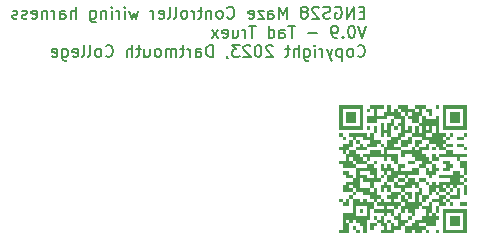
<source format=gbr>
%TF.GenerationSoftware,KiCad,Pcbnew,7.0.2-0*%
%TF.CreationDate,2023-11-21T12:49:43-05:00*%
%TF.ProjectId,WiringHarness,57697269-6e67-4486-9172-6e6573732e6b,rev?*%
%TF.SameCoordinates,Original*%
%TF.FileFunction,Legend,Bot*%
%TF.FilePolarity,Positive*%
%FSLAX46Y46*%
G04 Gerber Fmt 4.6, Leading zero omitted, Abs format (unit mm)*
G04 Created by KiCad (PCBNEW 7.0.2-0) date 2023-11-21 12:49:43*
%MOMM*%
%LPD*%
G01*
G04 APERTURE LIST*
%ADD10C,0.150000*%
G04 APERTURE END LIST*
D10*
X164761904Y-92613809D02*
X164428571Y-92613809D01*
X164285714Y-93137619D02*
X164761904Y-93137619D01*
X164761904Y-93137619D02*
X164761904Y-92137619D01*
X164761904Y-92137619D02*
X164285714Y-92137619D01*
X163857142Y-93137619D02*
X163857142Y-92137619D01*
X163857142Y-92137619D02*
X163285714Y-93137619D01*
X163285714Y-93137619D02*
X163285714Y-92137619D01*
X162285714Y-92185238D02*
X162380952Y-92137619D01*
X162380952Y-92137619D02*
X162523809Y-92137619D01*
X162523809Y-92137619D02*
X162666666Y-92185238D01*
X162666666Y-92185238D02*
X162761904Y-92280476D01*
X162761904Y-92280476D02*
X162809523Y-92375714D01*
X162809523Y-92375714D02*
X162857142Y-92566190D01*
X162857142Y-92566190D02*
X162857142Y-92709047D01*
X162857142Y-92709047D02*
X162809523Y-92899523D01*
X162809523Y-92899523D02*
X162761904Y-92994761D01*
X162761904Y-92994761D02*
X162666666Y-93090000D01*
X162666666Y-93090000D02*
X162523809Y-93137619D01*
X162523809Y-93137619D02*
X162428571Y-93137619D01*
X162428571Y-93137619D02*
X162285714Y-93090000D01*
X162285714Y-93090000D02*
X162238095Y-93042380D01*
X162238095Y-93042380D02*
X162238095Y-92709047D01*
X162238095Y-92709047D02*
X162428571Y-92709047D01*
X161857142Y-93090000D02*
X161714285Y-93137619D01*
X161714285Y-93137619D02*
X161476190Y-93137619D01*
X161476190Y-93137619D02*
X161380952Y-93090000D01*
X161380952Y-93090000D02*
X161333333Y-93042380D01*
X161333333Y-93042380D02*
X161285714Y-92947142D01*
X161285714Y-92947142D02*
X161285714Y-92851904D01*
X161285714Y-92851904D02*
X161333333Y-92756666D01*
X161333333Y-92756666D02*
X161380952Y-92709047D01*
X161380952Y-92709047D02*
X161476190Y-92661428D01*
X161476190Y-92661428D02*
X161666666Y-92613809D01*
X161666666Y-92613809D02*
X161761904Y-92566190D01*
X161761904Y-92566190D02*
X161809523Y-92518571D01*
X161809523Y-92518571D02*
X161857142Y-92423333D01*
X161857142Y-92423333D02*
X161857142Y-92328095D01*
X161857142Y-92328095D02*
X161809523Y-92232857D01*
X161809523Y-92232857D02*
X161761904Y-92185238D01*
X161761904Y-92185238D02*
X161666666Y-92137619D01*
X161666666Y-92137619D02*
X161428571Y-92137619D01*
X161428571Y-92137619D02*
X161285714Y-92185238D01*
X160904761Y-92232857D02*
X160857142Y-92185238D01*
X160857142Y-92185238D02*
X160761904Y-92137619D01*
X160761904Y-92137619D02*
X160523809Y-92137619D01*
X160523809Y-92137619D02*
X160428571Y-92185238D01*
X160428571Y-92185238D02*
X160380952Y-92232857D01*
X160380952Y-92232857D02*
X160333333Y-92328095D01*
X160333333Y-92328095D02*
X160333333Y-92423333D01*
X160333333Y-92423333D02*
X160380952Y-92566190D01*
X160380952Y-92566190D02*
X160952380Y-93137619D01*
X160952380Y-93137619D02*
X160333333Y-93137619D01*
X159761904Y-92566190D02*
X159857142Y-92518571D01*
X159857142Y-92518571D02*
X159904761Y-92470952D01*
X159904761Y-92470952D02*
X159952380Y-92375714D01*
X159952380Y-92375714D02*
X159952380Y-92328095D01*
X159952380Y-92328095D02*
X159904761Y-92232857D01*
X159904761Y-92232857D02*
X159857142Y-92185238D01*
X159857142Y-92185238D02*
X159761904Y-92137619D01*
X159761904Y-92137619D02*
X159571428Y-92137619D01*
X159571428Y-92137619D02*
X159476190Y-92185238D01*
X159476190Y-92185238D02*
X159428571Y-92232857D01*
X159428571Y-92232857D02*
X159380952Y-92328095D01*
X159380952Y-92328095D02*
X159380952Y-92375714D01*
X159380952Y-92375714D02*
X159428571Y-92470952D01*
X159428571Y-92470952D02*
X159476190Y-92518571D01*
X159476190Y-92518571D02*
X159571428Y-92566190D01*
X159571428Y-92566190D02*
X159761904Y-92566190D01*
X159761904Y-92566190D02*
X159857142Y-92613809D01*
X159857142Y-92613809D02*
X159904761Y-92661428D01*
X159904761Y-92661428D02*
X159952380Y-92756666D01*
X159952380Y-92756666D02*
X159952380Y-92947142D01*
X159952380Y-92947142D02*
X159904761Y-93042380D01*
X159904761Y-93042380D02*
X159857142Y-93090000D01*
X159857142Y-93090000D02*
X159761904Y-93137619D01*
X159761904Y-93137619D02*
X159571428Y-93137619D01*
X159571428Y-93137619D02*
X159476190Y-93090000D01*
X159476190Y-93090000D02*
X159428571Y-93042380D01*
X159428571Y-93042380D02*
X159380952Y-92947142D01*
X159380952Y-92947142D02*
X159380952Y-92756666D01*
X159380952Y-92756666D02*
X159428571Y-92661428D01*
X159428571Y-92661428D02*
X159476190Y-92613809D01*
X159476190Y-92613809D02*
X159571428Y-92566190D01*
X158190475Y-93137619D02*
X158190475Y-92137619D01*
X158190475Y-92137619D02*
X157857142Y-92851904D01*
X157857142Y-92851904D02*
X157523809Y-92137619D01*
X157523809Y-92137619D02*
X157523809Y-93137619D01*
X156619047Y-93137619D02*
X156619047Y-92613809D01*
X156619047Y-92613809D02*
X156666666Y-92518571D01*
X156666666Y-92518571D02*
X156761904Y-92470952D01*
X156761904Y-92470952D02*
X156952380Y-92470952D01*
X156952380Y-92470952D02*
X157047618Y-92518571D01*
X156619047Y-93090000D02*
X156714285Y-93137619D01*
X156714285Y-93137619D02*
X156952380Y-93137619D01*
X156952380Y-93137619D02*
X157047618Y-93090000D01*
X157047618Y-93090000D02*
X157095237Y-92994761D01*
X157095237Y-92994761D02*
X157095237Y-92899523D01*
X157095237Y-92899523D02*
X157047618Y-92804285D01*
X157047618Y-92804285D02*
X156952380Y-92756666D01*
X156952380Y-92756666D02*
X156714285Y-92756666D01*
X156714285Y-92756666D02*
X156619047Y-92709047D01*
X156238094Y-92470952D02*
X155714285Y-92470952D01*
X155714285Y-92470952D02*
X156238094Y-93137619D01*
X156238094Y-93137619D02*
X155714285Y-93137619D01*
X154952380Y-93090000D02*
X155047618Y-93137619D01*
X155047618Y-93137619D02*
X155238094Y-93137619D01*
X155238094Y-93137619D02*
X155333332Y-93090000D01*
X155333332Y-93090000D02*
X155380951Y-92994761D01*
X155380951Y-92994761D02*
X155380951Y-92613809D01*
X155380951Y-92613809D02*
X155333332Y-92518571D01*
X155333332Y-92518571D02*
X155238094Y-92470952D01*
X155238094Y-92470952D02*
X155047618Y-92470952D01*
X155047618Y-92470952D02*
X154952380Y-92518571D01*
X154952380Y-92518571D02*
X154904761Y-92613809D01*
X154904761Y-92613809D02*
X154904761Y-92709047D01*
X154904761Y-92709047D02*
X155380951Y-92804285D01*
X153142856Y-93042380D02*
X153190475Y-93090000D01*
X153190475Y-93090000D02*
X153333332Y-93137619D01*
X153333332Y-93137619D02*
X153428570Y-93137619D01*
X153428570Y-93137619D02*
X153571427Y-93090000D01*
X153571427Y-93090000D02*
X153666665Y-92994761D01*
X153666665Y-92994761D02*
X153714284Y-92899523D01*
X153714284Y-92899523D02*
X153761903Y-92709047D01*
X153761903Y-92709047D02*
X153761903Y-92566190D01*
X153761903Y-92566190D02*
X153714284Y-92375714D01*
X153714284Y-92375714D02*
X153666665Y-92280476D01*
X153666665Y-92280476D02*
X153571427Y-92185238D01*
X153571427Y-92185238D02*
X153428570Y-92137619D01*
X153428570Y-92137619D02*
X153333332Y-92137619D01*
X153333332Y-92137619D02*
X153190475Y-92185238D01*
X153190475Y-92185238D02*
X153142856Y-92232857D01*
X152571427Y-93137619D02*
X152666665Y-93090000D01*
X152666665Y-93090000D02*
X152714284Y-93042380D01*
X152714284Y-93042380D02*
X152761903Y-92947142D01*
X152761903Y-92947142D02*
X152761903Y-92661428D01*
X152761903Y-92661428D02*
X152714284Y-92566190D01*
X152714284Y-92566190D02*
X152666665Y-92518571D01*
X152666665Y-92518571D02*
X152571427Y-92470952D01*
X152571427Y-92470952D02*
X152428570Y-92470952D01*
X152428570Y-92470952D02*
X152333332Y-92518571D01*
X152333332Y-92518571D02*
X152285713Y-92566190D01*
X152285713Y-92566190D02*
X152238094Y-92661428D01*
X152238094Y-92661428D02*
X152238094Y-92947142D01*
X152238094Y-92947142D02*
X152285713Y-93042380D01*
X152285713Y-93042380D02*
X152333332Y-93090000D01*
X152333332Y-93090000D02*
X152428570Y-93137619D01*
X152428570Y-93137619D02*
X152571427Y-93137619D01*
X151809522Y-92470952D02*
X151809522Y-93137619D01*
X151809522Y-92566190D02*
X151761903Y-92518571D01*
X151761903Y-92518571D02*
X151666665Y-92470952D01*
X151666665Y-92470952D02*
X151523808Y-92470952D01*
X151523808Y-92470952D02*
X151428570Y-92518571D01*
X151428570Y-92518571D02*
X151380951Y-92613809D01*
X151380951Y-92613809D02*
X151380951Y-93137619D01*
X151047617Y-92470952D02*
X150666665Y-92470952D01*
X150904760Y-92137619D02*
X150904760Y-92994761D01*
X150904760Y-92994761D02*
X150857141Y-93090000D01*
X150857141Y-93090000D02*
X150761903Y-93137619D01*
X150761903Y-93137619D02*
X150666665Y-93137619D01*
X150333331Y-93137619D02*
X150333331Y-92470952D01*
X150333331Y-92661428D02*
X150285712Y-92566190D01*
X150285712Y-92566190D02*
X150238093Y-92518571D01*
X150238093Y-92518571D02*
X150142855Y-92470952D01*
X150142855Y-92470952D02*
X150047617Y-92470952D01*
X149571426Y-93137619D02*
X149666664Y-93090000D01*
X149666664Y-93090000D02*
X149714283Y-93042380D01*
X149714283Y-93042380D02*
X149761902Y-92947142D01*
X149761902Y-92947142D02*
X149761902Y-92661428D01*
X149761902Y-92661428D02*
X149714283Y-92566190D01*
X149714283Y-92566190D02*
X149666664Y-92518571D01*
X149666664Y-92518571D02*
X149571426Y-92470952D01*
X149571426Y-92470952D02*
X149428569Y-92470952D01*
X149428569Y-92470952D02*
X149333331Y-92518571D01*
X149333331Y-92518571D02*
X149285712Y-92566190D01*
X149285712Y-92566190D02*
X149238093Y-92661428D01*
X149238093Y-92661428D02*
X149238093Y-92947142D01*
X149238093Y-92947142D02*
X149285712Y-93042380D01*
X149285712Y-93042380D02*
X149333331Y-93090000D01*
X149333331Y-93090000D02*
X149428569Y-93137619D01*
X149428569Y-93137619D02*
X149571426Y-93137619D01*
X148666664Y-93137619D02*
X148761902Y-93090000D01*
X148761902Y-93090000D02*
X148809521Y-92994761D01*
X148809521Y-92994761D02*
X148809521Y-92137619D01*
X148142854Y-93137619D02*
X148238092Y-93090000D01*
X148238092Y-93090000D02*
X148285711Y-92994761D01*
X148285711Y-92994761D02*
X148285711Y-92137619D01*
X147380949Y-93090000D02*
X147476187Y-93137619D01*
X147476187Y-93137619D02*
X147666663Y-93137619D01*
X147666663Y-93137619D02*
X147761901Y-93090000D01*
X147761901Y-93090000D02*
X147809520Y-92994761D01*
X147809520Y-92994761D02*
X147809520Y-92613809D01*
X147809520Y-92613809D02*
X147761901Y-92518571D01*
X147761901Y-92518571D02*
X147666663Y-92470952D01*
X147666663Y-92470952D02*
X147476187Y-92470952D01*
X147476187Y-92470952D02*
X147380949Y-92518571D01*
X147380949Y-92518571D02*
X147333330Y-92613809D01*
X147333330Y-92613809D02*
X147333330Y-92709047D01*
X147333330Y-92709047D02*
X147809520Y-92804285D01*
X146904758Y-93137619D02*
X146904758Y-92470952D01*
X146904758Y-92661428D02*
X146857139Y-92566190D01*
X146857139Y-92566190D02*
X146809520Y-92518571D01*
X146809520Y-92518571D02*
X146714282Y-92470952D01*
X146714282Y-92470952D02*
X146619044Y-92470952D01*
X145619043Y-92470952D02*
X145428567Y-93137619D01*
X145428567Y-93137619D02*
X145238091Y-92661428D01*
X145238091Y-92661428D02*
X145047615Y-93137619D01*
X145047615Y-93137619D02*
X144857139Y-92470952D01*
X144476186Y-93137619D02*
X144476186Y-92470952D01*
X144476186Y-92137619D02*
X144523805Y-92185238D01*
X144523805Y-92185238D02*
X144476186Y-92232857D01*
X144476186Y-92232857D02*
X144428567Y-92185238D01*
X144428567Y-92185238D02*
X144476186Y-92137619D01*
X144476186Y-92137619D02*
X144476186Y-92232857D01*
X143999996Y-93137619D02*
X143999996Y-92470952D01*
X143999996Y-92661428D02*
X143952377Y-92566190D01*
X143952377Y-92566190D02*
X143904758Y-92518571D01*
X143904758Y-92518571D02*
X143809520Y-92470952D01*
X143809520Y-92470952D02*
X143714282Y-92470952D01*
X143380948Y-93137619D02*
X143380948Y-92470952D01*
X143380948Y-92137619D02*
X143428567Y-92185238D01*
X143428567Y-92185238D02*
X143380948Y-92232857D01*
X143380948Y-92232857D02*
X143333329Y-92185238D01*
X143333329Y-92185238D02*
X143380948Y-92137619D01*
X143380948Y-92137619D02*
X143380948Y-92232857D01*
X142904758Y-92470952D02*
X142904758Y-93137619D01*
X142904758Y-92566190D02*
X142857139Y-92518571D01*
X142857139Y-92518571D02*
X142761901Y-92470952D01*
X142761901Y-92470952D02*
X142619044Y-92470952D01*
X142619044Y-92470952D02*
X142523806Y-92518571D01*
X142523806Y-92518571D02*
X142476187Y-92613809D01*
X142476187Y-92613809D02*
X142476187Y-93137619D01*
X141571425Y-92470952D02*
X141571425Y-93280476D01*
X141571425Y-93280476D02*
X141619044Y-93375714D01*
X141619044Y-93375714D02*
X141666663Y-93423333D01*
X141666663Y-93423333D02*
X141761901Y-93470952D01*
X141761901Y-93470952D02*
X141904758Y-93470952D01*
X141904758Y-93470952D02*
X141999996Y-93423333D01*
X141571425Y-93090000D02*
X141666663Y-93137619D01*
X141666663Y-93137619D02*
X141857139Y-93137619D01*
X141857139Y-93137619D02*
X141952377Y-93090000D01*
X141952377Y-93090000D02*
X141999996Y-93042380D01*
X141999996Y-93042380D02*
X142047615Y-92947142D01*
X142047615Y-92947142D02*
X142047615Y-92661428D01*
X142047615Y-92661428D02*
X141999996Y-92566190D01*
X141999996Y-92566190D02*
X141952377Y-92518571D01*
X141952377Y-92518571D02*
X141857139Y-92470952D01*
X141857139Y-92470952D02*
X141666663Y-92470952D01*
X141666663Y-92470952D02*
X141571425Y-92518571D01*
X140333329Y-93137619D02*
X140333329Y-92137619D01*
X139904758Y-93137619D02*
X139904758Y-92613809D01*
X139904758Y-92613809D02*
X139952377Y-92518571D01*
X139952377Y-92518571D02*
X140047615Y-92470952D01*
X140047615Y-92470952D02*
X140190472Y-92470952D01*
X140190472Y-92470952D02*
X140285710Y-92518571D01*
X140285710Y-92518571D02*
X140333329Y-92566190D01*
X138999996Y-93137619D02*
X138999996Y-92613809D01*
X138999996Y-92613809D02*
X139047615Y-92518571D01*
X139047615Y-92518571D02*
X139142853Y-92470952D01*
X139142853Y-92470952D02*
X139333329Y-92470952D01*
X139333329Y-92470952D02*
X139428567Y-92518571D01*
X138999996Y-93090000D02*
X139095234Y-93137619D01*
X139095234Y-93137619D02*
X139333329Y-93137619D01*
X139333329Y-93137619D02*
X139428567Y-93090000D01*
X139428567Y-93090000D02*
X139476186Y-92994761D01*
X139476186Y-92994761D02*
X139476186Y-92899523D01*
X139476186Y-92899523D02*
X139428567Y-92804285D01*
X139428567Y-92804285D02*
X139333329Y-92756666D01*
X139333329Y-92756666D02*
X139095234Y-92756666D01*
X139095234Y-92756666D02*
X138999996Y-92709047D01*
X138523805Y-93137619D02*
X138523805Y-92470952D01*
X138523805Y-92661428D02*
X138476186Y-92566190D01*
X138476186Y-92566190D02*
X138428567Y-92518571D01*
X138428567Y-92518571D02*
X138333329Y-92470952D01*
X138333329Y-92470952D02*
X138238091Y-92470952D01*
X137904757Y-92470952D02*
X137904757Y-93137619D01*
X137904757Y-92566190D02*
X137857138Y-92518571D01*
X137857138Y-92518571D02*
X137761900Y-92470952D01*
X137761900Y-92470952D02*
X137619043Y-92470952D01*
X137619043Y-92470952D02*
X137523805Y-92518571D01*
X137523805Y-92518571D02*
X137476186Y-92613809D01*
X137476186Y-92613809D02*
X137476186Y-93137619D01*
X136619043Y-93090000D02*
X136714281Y-93137619D01*
X136714281Y-93137619D02*
X136904757Y-93137619D01*
X136904757Y-93137619D02*
X136999995Y-93090000D01*
X136999995Y-93090000D02*
X137047614Y-92994761D01*
X137047614Y-92994761D02*
X137047614Y-92613809D01*
X137047614Y-92613809D02*
X136999995Y-92518571D01*
X136999995Y-92518571D02*
X136904757Y-92470952D01*
X136904757Y-92470952D02*
X136714281Y-92470952D01*
X136714281Y-92470952D02*
X136619043Y-92518571D01*
X136619043Y-92518571D02*
X136571424Y-92613809D01*
X136571424Y-92613809D02*
X136571424Y-92709047D01*
X136571424Y-92709047D02*
X137047614Y-92804285D01*
X136190471Y-93090000D02*
X136095233Y-93137619D01*
X136095233Y-93137619D02*
X135904757Y-93137619D01*
X135904757Y-93137619D02*
X135809519Y-93090000D01*
X135809519Y-93090000D02*
X135761900Y-92994761D01*
X135761900Y-92994761D02*
X135761900Y-92947142D01*
X135761900Y-92947142D02*
X135809519Y-92851904D01*
X135809519Y-92851904D02*
X135904757Y-92804285D01*
X135904757Y-92804285D02*
X136047614Y-92804285D01*
X136047614Y-92804285D02*
X136142852Y-92756666D01*
X136142852Y-92756666D02*
X136190471Y-92661428D01*
X136190471Y-92661428D02*
X136190471Y-92613809D01*
X136190471Y-92613809D02*
X136142852Y-92518571D01*
X136142852Y-92518571D02*
X136047614Y-92470952D01*
X136047614Y-92470952D02*
X135904757Y-92470952D01*
X135904757Y-92470952D02*
X135809519Y-92518571D01*
X135380947Y-93090000D02*
X135285709Y-93137619D01*
X135285709Y-93137619D02*
X135095233Y-93137619D01*
X135095233Y-93137619D02*
X134999995Y-93090000D01*
X134999995Y-93090000D02*
X134952376Y-92994761D01*
X134952376Y-92994761D02*
X134952376Y-92947142D01*
X134952376Y-92947142D02*
X134999995Y-92851904D01*
X134999995Y-92851904D02*
X135095233Y-92804285D01*
X135095233Y-92804285D02*
X135238090Y-92804285D01*
X135238090Y-92804285D02*
X135333328Y-92756666D01*
X135333328Y-92756666D02*
X135380947Y-92661428D01*
X135380947Y-92661428D02*
X135380947Y-92613809D01*
X135380947Y-92613809D02*
X135333328Y-92518571D01*
X135333328Y-92518571D02*
X135238090Y-92470952D01*
X135238090Y-92470952D02*
X135095233Y-92470952D01*
X135095233Y-92470952D02*
X134999995Y-92518571D01*
X164904761Y-93757619D02*
X164571428Y-94757619D01*
X164571428Y-94757619D02*
X164238095Y-93757619D01*
X163714285Y-93757619D02*
X163619047Y-93757619D01*
X163619047Y-93757619D02*
X163523809Y-93805238D01*
X163523809Y-93805238D02*
X163476190Y-93852857D01*
X163476190Y-93852857D02*
X163428571Y-93948095D01*
X163428571Y-93948095D02*
X163380952Y-94138571D01*
X163380952Y-94138571D02*
X163380952Y-94376666D01*
X163380952Y-94376666D02*
X163428571Y-94567142D01*
X163428571Y-94567142D02*
X163476190Y-94662380D01*
X163476190Y-94662380D02*
X163523809Y-94710000D01*
X163523809Y-94710000D02*
X163619047Y-94757619D01*
X163619047Y-94757619D02*
X163714285Y-94757619D01*
X163714285Y-94757619D02*
X163809523Y-94710000D01*
X163809523Y-94710000D02*
X163857142Y-94662380D01*
X163857142Y-94662380D02*
X163904761Y-94567142D01*
X163904761Y-94567142D02*
X163952380Y-94376666D01*
X163952380Y-94376666D02*
X163952380Y-94138571D01*
X163952380Y-94138571D02*
X163904761Y-93948095D01*
X163904761Y-93948095D02*
X163857142Y-93852857D01*
X163857142Y-93852857D02*
X163809523Y-93805238D01*
X163809523Y-93805238D02*
X163714285Y-93757619D01*
X162952380Y-94662380D02*
X162904761Y-94710000D01*
X162904761Y-94710000D02*
X162952380Y-94757619D01*
X162952380Y-94757619D02*
X162999999Y-94710000D01*
X162999999Y-94710000D02*
X162952380Y-94662380D01*
X162952380Y-94662380D02*
X162952380Y-94757619D01*
X162428571Y-94757619D02*
X162238095Y-94757619D01*
X162238095Y-94757619D02*
X162142857Y-94710000D01*
X162142857Y-94710000D02*
X162095238Y-94662380D01*
X162095238Y-94662380D02*
X162000000Y-94519523D01*
X162000000Y-94519523D02*
X161952381Y-94329047D01*
X161952381Y-94329047D02*
X161952381Y-93948095D01*
X161952381Y-93948095D02*
X162000000Y-93852857D01*
X162000000Y-93852857D02*
X162047619Y-93805238D01*
X162047619Y-93805238D02*
X162142857Y-93757619D01*
X162142857Y-93757619D02*
X162333333Y-93757619D01*
X162333333Y-93757619D02*
X162428571Y-93805238D01*
X162428571Y-93805238D02*
X162476190Y-93852857D01*
X162476190Y-93852857D02*
X162523809Y-93948095D01*
X162523809Y-93948095D02*
X162523809Y-94186190D01*
X162523809Y-94186190D02*
X162476190Y-94281428D01*
X162476190Y-94281428D02*
X162428571Y-94329047D01*
X162428571Y-94329047D02*
X162333333Y-94376666D01*
X162333333Y-94376666D02*
X162142857Y-94376666D01*
X162142857Y-94376666D02*
X162047619Y-94329047D01*
X162047619Y-94329047D02*
X162000000Y-94281428D01*
X162000000Y-94281428D02*
X161952381Y-94186190D01*
X160761904Y-94376666D02*
X160000000Y-94376666D01*
X158904761Y-93757619D02*
X158333333Y-93757619D01*
X158619047Y-94757619D02*
X158619047Y-93757619D01*
X157571428Y-94757619D02*
X157571428Y-94233809D01*
X157571428Y-94233809D02*
X157619047Y-94138571D01*
X157619047Y-94138571D02*
X157714285Y-94090952D01*
X157714285Y-94090952D02*
X157904761Y-94090952D01*
X157904761Y-94090952D02*
X157999999Y-94138571D01*
X157571428Y-94710000D02*
X157666666Y-94757619D01*
X157666666Y-94757619D02*
X157904761Y-94757619D01*
X157904761Y-94757619D02*
X157999999Y-94710000D01*
X157999999Y-94710000D02*
X158047618Y-94614761D01*
X158047618Y-94614761D02*
X158047618Y-94519523D01*
X158047618Y-94519523D02*
X157999999Y-94424285D01*
X157999999Y-94424285D02*
X157904761Y-94376666D01*
X157904761Y-94376666D02*
X157666666Y-94376666D01*
X157666666Y-94376666D02*
X157571428Y-94329047D01*
X156666666Y-94757619D02*
X156666666Y-93757619D01*
X156666666Y-94710000D02*
X156761904Y-94757619D01*
X156761904Y-94757619D02*
X156952380Y-94757619D01*
X156952380Y-94757619D02*
X157047618Y-94710000D01*
X157047618Y-94710000D02*
X157095237Y-94662380D01*
X157095237Y-94662380D02*
X157142856Y-94567142D01*
X157142856Y-94567142D02*
X157142856Y-94281428D01*
X157142856Y-94281428D02*
X157095237Y-94186190D01*
X157095237Y-94186190D02*
X157047618Y-94138571D01*
X157047618Y-94138571D02*
X156952380Y-94090952D01*
X156952380Y-94090952D02*
X156761904Y-94090952D01*
X156761904Y-94090952D02*
X156666666Y-94138571D01*
X155571427Y-93757619D02*
X154999999Y-93757619D01*
X155285713Y-94757619D02*
X155285713Y-93757619D01*
X154666665Y-94757619D02*
X154666665Y-94090952D01*
X154666665Y-94281428D02*
X154619046Y-94186190D01*
X154619046Y-94186190D02*
X154571427Y-94138571D01*
X154571427Y-94138571D02*
X154476189Y-94090952D01*
X154476189Y-94090952D02*
X154380951Y-94090952D01*
X153619046Y-94090952D02*
X153619046Y-94757619D01*
X154047617Y-94090952D02*
X154047617Y-94614761D01*
X154047617Y-94614761D02*
X153999998Y-94710000D01*
X153999998Y-94710000D02*
X153904760Y-94757619D01*
X153904760Y-94757619D02*
X153761903Y-94757619D01*
X153761903Y-94757619D02*
X153666665Y-94710000D01*
X153666665Y-94710000D02*
X153619046Y-94662380D01*
X152761903Y-94710000D02*
X152857141Y-94757619D01*
X152857141Y-94757619D02*
X153047617Y-94757619D01*
X153047617Y-94757619D02*
X153142855Y-94710000D01*
X153142855Y-94710000D02*
X153190474Y-94614761D01*
X153190474Y-94614761D02*
X153190474Y-94233809D01*
X153190474Y-94233809D02*
X153142855Y-94138571D01*
X153142855Y-94138571D02*
X153047617Y-94090952D01*
X153047617Y-94090952D02*
X152857141Y-94090952D01*
X152857141Y-94090952D02*
X152761903Y-94138571D01*
X152761903Y-94138571D02*
X152714284Y-94233809D01*
X152714284Y-94233809D02*
X152714284Y-94329047D01*
X152714284Y-94329047D02*
X153190474Y-94424285D01*
X152380950Y-94757619D02*
X151857141Y-94090952D01*
X152380950Y-94090952D02*
X151857141Y-94757619D01*
X164190476Y-96282380D02*
X164238095Y-96330000D01*
X164238095Y-96330000D02*
X164380952Y-96377619D01*
X164380952Y-96377619D02*
X164476190Y-96377619D01*
X164476190Y-96377619D02*
X164619047Y-96330000D01*
X164619047Y-96330000D02*
X164714285Y-96234761D01*
X164714285Y-96234761D02*
X164761904Y-96139523D01*
X164761904Y-96139523D02*
X164809523Y-95949047D01*
X164809523Y-95949047D02*
X164809523Y-95806190D01*
X164809523Y-95806190D02*
X164761904Y-95615714D01*
X164761904Y-95615714D02*
X164714285Y-95520476D01*
X164714285Y-95520476D02*
X164619047Y-95425238D01*
X164619047Y-95425238D02*
X164476190Y-95377619D01*
X164476190Y-95377619D02*
X164380952Y-95377619D01*
X164380952Y-95377619D02*
X164238095Y-95425238D01*
X164238095Y-95425238D02*
X164190476Y-95472857D01*
X163619047Y-96377619D02*
X163714285Y-96330000D01*
X163714285Y-96330000D02*
X163761904Y-96282380D01*
X163761904Y-96282380D02*
X163809523Y-96187142D01*
X163809523Y-96187142D02*
X163809523Y-95901428D01*
X163809523Y-95901428D02*
X163761904Y-95806190D01*
X163761904Y-95806190D02*
X163714285Y-95758571D01*
X163714285Y-95758571D02*
X163619047Y-95710952D01*
X163619047Y-95710952D02*
X163476190Y-95710952D01*
X163476190Y-95710952D02*
X163380952Y-95758571D01*
X163380952Y-95758571D02*
X163333333Y-95806190D01*
X163333333Y-95806190D02*
X163285714Y-95901428D01*
X163285714Y-95901428D02*
X163285714Y-96187142D01*
X163285714Y-96187142D02*
X163333333Y-96282380D01*
X163333333Y-96282380D02*
X163380952Y-96330000D01*
X163380952Y-96330000D02*
X163476190Y-96377619D01*
X163476190Y-96377619D02*
X163619047Y-96377619D01*
X162857142Y-95710952D02*
X162857142Y-96710952D01*
X162857142Y-95758571D02*
X162761904Y-95710952D01*
X162761904Y-95710952D02*
X162571428Y-95710952D01*
X162571428Y-95710952D02*
X162476190Y-95758571D01*
X162476190Y-95758571D02*
X162428571Y-95806190D01*
X162428571Y-95806190D02*
X162380952Y-95901428D01*
X162380952Y-95901428D02*
X162380952Y-96187142D01*
X162380952Y-96187142D02*
X162428571Y-96282380D01*
X162428571Y-96282380D02*
X162476190Y-96330000D01*
X162476190Y-96330000D02*
X162571428Y-96377619D01*
X162571428Y-96377619D02*
X162761904Y-96377619D01*
X162761904Y-96377619D02*
X162857142Y-96330000D01*
X162047618Y-95710952D02*
X161809523Y-96377619D01*
X161571428Y-95710952D02*
X161809523Y-96377619D01*
X161809523Y-96377619D02*
X161904761Y-96615714D01*
X161904761Y-96615714D02*
X161952380Y-96663333D01*
X161952380Y-96663333D02*
X162047618Y-96710952D01*
X161190475Y-96377619D02*
X161190475Y-95710952D01*
X161190475Y-95901428D02*
X161142856Y-95806190D01*
X161142856Y-95806190D02*
X161095237Y-95758571D01*
X161095237Y-95758571D02*
X160999999Y-95710952D01*
X160999999Y-95710952D02*
X160904761Y-95710952D01*
X160571427Y-96377619D02*
X160571427Y-95710952D01*
X160571427Y-95377619D02*
X160619046Y-95425238D01*
X160619046Y-95425238D02*
X160571427Y-95472857D01*
X160571427Y-95472857D02*
X160523808Y-95425238D01*
X160523808Y-95425238D02*
X160571427Y-95377619D01*
X160571427Y-95377619D02*
X160571427Y-95472857D01*
X159666666Y-95710952D02*
X159666666Y-96520476D01*
X159666666Y-96520476D02*
X159714285Y-96615714D01*
X159714285Y-96615714D02*
X159761904Y-96663333D01*
X159761904Y-96663333D02*
X159857142Y-96710952D01*
X159857142Y-96710952D02*
X159999999Y-96710952D01*
X159999999Y-96710952D02*
X160095237Y-96663333D01*
X159666666Y-96330000D02*
X159761904Y-96377619D01*
X159761904Y-96377619D02*
X159952380Y-96377619D01*
X159952380Y-96377619D02*
X160047618Y-96330000D01*
X160047618Y-96330000D02*
X160095237Y-96282380D01*
X160095237Y-96282380D02*
X160142856Y-96187142D01*
X160142856Y-96187142D02*
X160142856Y-95901428D01*
X160142856Y-95901428D02*
X160095237Y-95806190D01*
X160095237Y-95806190D02*
X160047618Y-95758571D01*
X160047618Y-95758571D02*
X159952380Y-95710952D01*
X159952380Y-95710952D02*
X159761904Y-95710952D01*
X159761904Y-95710952D02*
X159666666Y-95758571D01*
X159190475Y-96377619D02*
X159190475Y-95377619D01*
X158761904Y-96377619D02*
X158761904Y-95853809D01*
X158761904Y-95853809D02*
X158809523Y-95758571D01*
X158809523Y-95758571D02*
X158904761Y-95710952D01*
X158904761Y-95710952D02*
X159047618Y-95710952D01*
X159047618Y-95710952D02*
X159142856Y-95758571D01*
X159142856Y-95758571D02*
X159190475Y-95806190D01*
X158428570Y-95710952D02*
X158047618Y-95710952D01*
X158285713Y-95377619D02*
X158285713Y-96234761D01*
X158285713Y-96234761D02*
X158238094Y-96330000D01*
X158238094Y-96330000D02*
X158142856Y-96377619D01*
X158142856Y-96377619D02*
X158047618Y-96377619D01*
X156999998Y-95472857D02*
X156952379Y-95425238D01*
X156952379Y-95425238D02*
X156857141Y-95377619D01*
X156857141Y-95377619D02*
X156619046Y-95377619D01*
X156619046Y-95377619D02*
X156523808Y-95425238D01*
X156523808Y-95425238D02*
X156476189Y-95472857D01*
X156476189Y-95472857D02*
X156428570Y-95568095D01*
X156428570Y-95568095D02*
X156428570Y-95663333D01*
X156428570Y-95663333D02*
X156476189Y-95806190D01*
X156476189Y-95806190D02*
X157047617Y-96377619D01*
X157047617Y-96377619D02*
X156428570Y-96377619D01*
X155809522Y-95377619D02*
X155714284Y-95377619D01*
X155714284Y-95377619D02*
X155619046Y-95425238D01*
X155619046Y-95425238D02*
X155571427Y-95472857D01*
X155571427Y-95472857D02*
X155523808Y-95568095D01*
X155523808Y-95568095D02*
X155476189Y-95758571D01*
X155476189Y-95758571D02*
X155476189Y-95996666D01*
X155476189Y-95996666D02*
X155523808Y-96187142D01*
X155523808Y-96187142D02*
X155571427Y-96282380D01*
X155571427Y-96282380D02*
X155619046Y-96330000D01*
X155619046Y-96330000D02*
X155714284Y-96377619D01*
X155714284Y-96377619D02*
X155809522Y-96377619D01*
X155809522Y-96377619D02*
X155904760Y-96330000D01*
X155904760Y-96330000D02*
X155952379Y-96282380D01*
X155952379Y-96282380D02*
X155999998Y-96187142D01*
X155999998Y-96187142D02*
X156047617Y-95996666D01*
X156047617Y-95996666D02*
X156047617Y-95758571D01*
X156047617Y-95758571D02*
X155999998Y-95568095D01*
X155999998Y-95568095D02*
X155952379Y-95472857D01*
X155952379Y-95472857D02*
X155904760Y-95425238D01*
X155904760Y-95425238D02*
X155809522Y-95377619D01*
X155095236Y-95472857D02*
X155047617Y-95425238D01*
X155047617Y-95425238D02*
X154952379Y-95377619D01*
X154952379Y-95377619D02*
X154714284Y-95377619D01*
X154714284Y-95377619D02*
X154619046Y-95425238D01*
X154619046Y-95425238D02*
X154571427Y-95472857D01*
X154571427Y-95472857D02*
X154523808Y-95568095D01*
X154523808Y-95568095D02*
X154523808Y-95663333D01*
X154523808Y-95663333D02*
X154571427Y-95806190D01*
X154571427Y-95806190D02*
X155142855Y-96377619D01*
X155142855Y-96377619D02*
X154523808Y-96377619D01*
X154190474Y-95377619D02*
X153571427Y-95377619D01*
X153571427Y-95377619D02*
X153904760Y-95758571D01*
X153904760Y-95758571D02*
X153761903Y-95758571D01*
X153761903Y-95758571D02*
X153666665Y-95806190D01*
X153666665Y-95806190D02*
X153619046Y-95853809D01*
X153619046Y-95853809D02*
X153571427Y-95949047D01*
X153571427Y-95949047D02*
X153571427Y-96187142D01*
X153571427Y-96187142D02*
X153619046Y-96282380D01*
X153619046Y-96282380D02*
X153666665Y-96330000D01*
X153666665Y-96330000D02*
X153761903Y-96377619D01*
X153761903Y-96377619D02*
X154047617Y-96377619D01*
X154047617Y-96377619D02*
X154142855Y-96330000D01*
X154142855Y-96330000D02*
X154190474Y-96282380D01*
X153095236Y-96330000D02*
X153095236Y-96377619D01*
X153095236Y-96377619D02*
X153142855Y-96472857D01*
X153142855Y-96472857D02*
X153190474Y-96520476D01*
X151904760Y-96377619D02*
X151904760Y-95377619D01*
X151904760Y-95377619D02*
X151666665Y-95377619D01*
X151666665Y-95377619D02*
X151523808Y-95425238D01*
X151523808Y-95425238D02*
X151428570Y-95520476D01*
X151428570Y-95520476D02*
X151380951Y-95615714D01*
X151380951Y-95615714D02*
X151333332Y-95806190D01*
X151333332Y-95806190D02*
X151333332Y-95949047D01*
X151333332Y-95949047D02*
X151380951Y-96139523D01*
X151380951Y-96139523D02*
X151428570Y-96234761D01*
X151428570Y-96234761D02*
X151523808Y-96330000D01*
X151523808Y-96330000D02*
X151666665Y-96377619D01*
X151666665Y-96377619D02*
X151904760Y-96377619D01*
X150476189Y-96377619D02*
X150476189Y-95853809D01*
X150476189Y-95853809D02*
X150523808Y-95758571D01*
X150523808Y-95758571D02*
X150619046Y-95710952D01*
X150619046Y-95710952D02*
X150809522Y-95710952D01*
X150809522Y-95710952D02*
X150904760Y-95758571D01*
X150476189Y-96330000D02*
X150571427Y-96377619D01*
X150571427Y-96377619D02*
X150809522Y-96377619D01*
X150809522Y-96377619D02*
X150904760Y-96330000D01*
X150904760Y-96330000D02*
X150952379Y-96234761D01*
X150952379Y-96234761D02*
X150952379Y-96139523D01*
X150952379Y-96139523D02*
X150904760Y-96044285D01*
X150904760Y-96044285D02*
X150809522Y-95996666D01*
X150809522Y-95996666D02*
X150571427Y-95996666D01*
X150571427Y-95996666D02*
X150476189Y-95949047D01*
X149999998Y-96377619D02*
X149999998Y-95710952D01*
X149999998Y-95901428D02*
X149952379Y-95806190D01*
X149952379Y-95806190D02*
X149904760Y-95758571D01*
X149904760Y-95758571D02*
X149809522Y-95710952D01*
X149809522Y-95710952D02*
X149714284Y-95710952D01*
X149523807Y-95710952D02*
X149142855Y-95710952D01*
X149380950Y-95377619D02*
X149380950Y-96234761D01*
X149380950Y-96234761D02*
X149333331Y-96330000D01*
X149333331Y-96330000D02*
X149238093Y-96377619D01*
X149238093Y-96377619D02*
X149142855Y-96377619D01*
X148809521Y-96377619D02*
X148809521Y-95710952D01*
X148809521Y-95806190D02*
X148761902Y-95758571D01*
X148761902Y-95758571D02*
X148666664Y-95710952D01*
X148666664Y-95710952D02*
X148523807Y-95710952D01*
X148523807Y-95710952D02*
X148428569Y-95758571D01*
X148428569Y-95758571D02*
X148380950Y-95853809D01*
X148380950Y-95853809D02*
X148380950Y-96377619D01*
X148380950Y-95853809D02*
X148333331Y-95758571D01*
X148333331Y-95758571D02*
X148238093Y-95710952D01*
X148238093Y-95710952D02*
X148095236Y-95710952D01*
X148095236Y-95710952D02*
X147999997Y-95758571D01*
X147999997Y-95758571D02*
X147952378Y-95853809D01*
X147952378Y-95853809D02*
X147952378Y-96377619D01*
X147333331Y-96377619D02*
X147428569Y-96330000D01*
X147428569Y-96330000D02*
X147476188Y-96282380D01*
X147476188Y-96282380D02*
X147523807Y-96187142D01*
X147523807Y-96187142D02*
X147523807Y-95901428D01*
X147523807Y-95901428D02*
X147476188Y-95806190D01*
X147476188Y-95806190D02*
X147428569Y-95758571D01*
X147428569Y-95758571D02*
X147333331Y-95710952D01*
X147333331Y-95710952D02*
X147190474Y-95710952D01*
X147190474Y-95710952D02*
X147095236Y-95758571D01*
X147095236Y-95758571D02*
X147047617Y-95806190D01*
X147047617Y-95806190D02*
X146999998Y-95901428D01*
X146999998Y-95901428D02*
X146999998Y-96187142D01*
X146999998Y-96187142D02*
X147047617Y-96282380D01*
X147047617Y-96282380D02*
X147095236Y-96330000D01*
X147095236Y-96330000D02*
X147190474Y-96377619D01*
X147190474Y-96377619D02*
X147333331Y-96377619D01*
X146142855Y-95710952D02*
X146142855Y-96377619D01*
X146571426Y-95710952D02*
X146571426Y-96234761D01*
X146571426Y-96234761D02*
X146523807Y-96330000D01*
X146523807Y-96330000D02*
X146428569Y-96377619D01*
X146428569Y-96377619D02*
X146285712Y-96377619D01*
X146285712Y-96377619D02*
X146190474Y-96330000D01*
X146190474Y-96330000D02*
X146142855Y-96282380D01*
X145809521Y-95710952D02*
X145428569Y-95710952D01*
X145666664Y-95377619D02*
X145666664Y-96234761D01*
X145666664Y-96234761D02*
X145619045Y-96330000D01*
X145619045Y-96330000D02*
X145523807Y-96377619D01*
X145523807Y-96377619D02*
X145428569Y-96377619D01*
X145095235Y-96377619D02*
X145095235Y-95377619D01*
X144666664Y-96377619D02*
X144666664Y-95853809D01*
X144666664Y-95853809D02*
X144714283Y-95758571D01*
X144714283Y-95758571D02*
X144809521Y-95710952D01*
X144809521Y-95710952D02*
X144952378Y-95710952D01*
X144952378Y-95710952D02*
X145047616Y-95758571D01*
X145047616Y-95758571D02*
X145095235Y-95806190D01*
X142857140Y-96282380D02*
X142904759Y-96330000D01*
X142904759Y-96330000D02*
X143047616Y-96377619D01*
X143047616Y-96377619D02*
X143142854Y-96377619D01*
X143142854Y-96377619D02*
X143285711Y-96330000D01*
X143285711Y-96330000D02*
X143380949Y-96234761D01*
X143380949Y-96234761D02*
X143428568Y-96139523D01*
X143428568Y-96139523D02*
X143476187Y-95949047D01*
X143476187Y-95949047D02*
X143476187Y-95806190D01*
X143476187Y-95806190D02*
X143428568Y-95615714D01*
X143428568Y-95615714D02*
X143380949Y-95520476D01*
X143380949Y-95520476D02*
X143285711Y-95425238D01*
X143285711Y-95425238D02*
X143142854Y-95377619D01*
X143142854Y-95377619D02*
X143047616Y-95377619D01*
X143047616Y-95377619D02*
X142904759Y-95425238D01*
X142904759Y-95425238D02*
X142857140Y-95472857D01*
X142285711Y-96377619D02*
X142380949Y-96330000D01*
X142380949Y-96330000D02*
X142428568Y-96282380D01*
X142428568Y-96282380D02*
X142476187Y-96187142D01*
X142476187Y-96187142D02*
X142476187Y-95901428D01*
X142476187Y-95901428D02*
X142428568Y-95806190D01*
X142428568Y-95806190D02*
X142380949Y-95758571D01*
X142380949Y-95758571D02*
X142285711Y-95710952D01*
X142285711Y-95710952D02*
X142142854Y-95710952D01*
X142142854Y-95710952D02*
X142047616Y-95758571D01*
X142047616Y-95758571D02*
X141999997Y-95806190D01*
X141999997Y-95806190D02*
X141952378Y-95901428D01*
X141952378Y-95901428D02*
X141952378Y-96187142D01*
X141952378Y-96187142D02*
X141999997Y-96282380D01*
X141999997Y-96282380D02*
X142047616Y-96330000D01*
X142047616Y-96330000D02*
X142142854Y-96377619D01*
X142142854Y-96377619D02*
X142285711Y-96377619D01*
X141380949Y-96377619D02*
X141476187Y-96330000D01*
X141476187Y-96330000D02*
X141523806Y-96234761D01*
X141523806Y-96234761D02*
X141523806Y-95377619D01*
X140857139Y-96377619D02*
X140952377Y-96330000D01*
X140952377Y-96330000D02*
X140999996Y-96234761D01*
X140999996Y-96234761D02*
X140999996Y-95377619D01*
X140095234Y-96330000D02*
X140190472Y-96377619D01*
X140190472Y-96377619D02*
X140380948Y-96377619D01*
X140380948Y-96377619D02*
X140476186Y-96330000D01*
X140476186Y-96330000D02*
X140523805Y-96234761D01*
X140523805Y-96234761D02*
X140523805Y-95853809D01*
X140523805Y-95853809D02*
X140476186Y-95758571D01*
X140476186Y-95758571D02*
X140380948Y-95710952D01*
X140380948Y-95710952D02*
X140190472Y-95710952D01*
X140190472Y-95710952D02*
X140095234Y-95758571D01*
X140095234Y-95758571D02*
X140047615Y-95853809D01*
X140047615Y-95853809D02*
X140047615Y-95949047D01*
X140047615Y-95949047D02*
X140523805Y-96044285D01*
X139190472Y-95710952D02*
X139190472Y-96520476D01*
X139190472Y-96520476D02*
X139238091Y-96615714D01*
X139238091Y-96615714D02*
X139285710Y-96663333D01*
X139285710Y-96663333D02*
X139380948Y-96710952D01*
X139380948Y-96710952D02*
X139523805Y-96710952D01*
X139523805Y-96710952D02*
X139619043Y-96663333D01*
X139190472Y-96330000D02*
X139285710Y-96377619D01*
X139285710Y-96377619D02*
X139476186Y-96377619D01*
X139476186Y-96377619D02*
X139571424Y-96330000D01*
X139571424Y-96330000D02*
X139619043Y-96282380D01*
X139619043Y-96282380D02*
X139666662Y-96187142D01*
X139666662Y-96187142D02*
X139666662Y-95901428D01*
X139666662Y-95901428D02*
X139619043Y-95806190D01*
X139619043Y-95806190D02*
X139571424Y-95758571D01*
X139571424Y-95758571D02*
X139476186Y-95710952D01*
X139476186Y-95710952D02*
X139285710Y-95710952D01*
X139285710Y-95710952D02*
X139190472Y-95758571D01*
X138333329Y-96330000D02*
X138428567Y-96377619D01*
X138428567Y-96377619D02*
X138619043Y-96377619D01*
X138619043Y-96377619D02*
X138714281Y-96330000D01*
X138714281Y-96330000D02*
X138761900Y-96234761D01*
X138761900Y-96234761D02*
X138761900Y-95853809D01*
X138761900Y-95853809D02*
X138714281Y-95758571D01*
X138714281Y-95758571D02*
X138619043Y-95710952D01*
X138619043Y-95710952D02*
X138428567Y-95710952D01*
X138428567Y-95710952D02*
X138333329Y-95758571D01*
X138333329Y-95758571D02*
X138285710Y-95853809D01*
X138285710Y-95853809D02*
X138285710Y-95949047D01*
X138285710Y-95949047D02*
X138761900Y-96044285D01*
%TO.C,G\u002A\u002A\u002A*%
G36*
X173448719Y-102989245D02*
G01*
X173448719Y-103135596D01*
X173302368Y-103135596D01*
X173156018Y-103135596D01*
X173156018Y-102989245D01*
X173156018Y-102842894D01*
X173302368Y-102842894D01*
X173448719Y-102842894D01*
X173448719Y-102989245D01*
G37*
G36*
X173448719Y-108843278D02*
G01*
X173448719Y-108989629D01*
X173156018Y-108989629D01*
X172863316Y-108989629D01*
X172863316Y-108843278D01*
X172863316Y-108696927D01*
X173156018Y-108696927D01*
X173448719Y-108696927D01*
X173448719Y-108843278D01*
G37*
G36*
X173156018Y-103281947D02*
G01*
X173156018Y-103428297D01*
X172863316Y-103428297D01*
X172570614Y-103428297D01*
X172570614Y-103281947D01*
X172570614Y-103135596D01*
X172863316Y-103135596D01*
X173156018Y-103135596D01*
X173156018Y-103281947D01*
G37*
G36*
X172863316Y-110306787D02*
G01*
X172863316Y-110745839D01*
X172424263Y-110745839D01*
X171985211Y-110745839D01*
X171985211Y-110306787D01*
X171985211Y-109867734D01*
X172424263Y-109867734D01*
X172863316Y-109867734D01*
X172863316Y-110306787D01*
G37*
G36*
X172277913Y-107672472D02*
G01*
X172277913Y-107818822D01*
X172131562Y-107818822D01*
X171985211Y-107818822D01*
X171985211Y-107672472D01*
X171985211Y-107526121D01*
X172131562Y-107526121D01*
X172277913Y-107526121D01*
X172277913Y-107672472D01*
G37*
G36*
X172863316Y-101525737D02*
G01*
X172863316Y-101964789D01*
X172424263Y-101964789D01*
X171985211Y-101964789D01*
X171985211Y-101525737D01*
X171985211Y-101086684D01*
X172424263Y-101086684D01*
X172863316Y-101086684D01*
X172863316Y-101525737D01*
G37*
G36*
X171985211Y-107965173D02*
G01*
X171985211Y-108111524D01*
X171838860Y-108111524D01*
X171692509Y-108111524D01*
X171692509Y-107965173D01*
X171692509Y-107818822D01*
X171838860Y-107818822D01*
X171985211Y-107818822D01*
X171985211Y-107965173D01*
G37*
G36*
X171107106Y-111184892D02*
G01*
X171107106Y-111331242D01*
X170960755Y-111331242D01*
X170814404Y-111331242D01*
X170814404Y-111184892D01*
X170814404Y-111038541D01*
X170960755Y-111038541D01*
X171107106Y-111038541D01*
X171107106Y-111184892D01*
G37*
G36*
X171107106Y-107965173D02*
G01*
X171107106Y-108111524D01*
X170960755Y-108111524D01*
X170814404Y-108111524D01*
X170814404Y-107965173D01*
X170814404Y-107818822D01*
X170960755Y-107818822D01*
X171107106Y-107818822D01*
X171107106Y-107965173D01*
G37*
G36*
X171107106Y-100647632D02*
G01*
X171107106Y-100793982D01*
X170960755Y-100793982D01*
X170814404Y-100793982D01*
X170814404Y-100647632D01*
X170814404Y-100501281D01*
X170960755Y-100501281D01*
X171107106Y-100501281D01*
X171107106Y-100647632D01*
G37*
G36*
X170814404Y-104160052D02*
G01*
X170814404Y-104306402D01*
X170668053Y-104306402D01*
X170521703Y-104306402D01*
X170521703Y-104160052D01*
X170521703Y-104013701D01*
X170668053Y-104013701D01*
X170814404Y-104013701D01*
X170814404Y-104160052D01*
G37*
G36*
X168765493Y-110014085D02*
G01*
X168765493Y-110160436D01*
X168619142Y-110160436D01*
X168472791Y-110160436D01*
X168472791Y-110014085D01*
X168472791Y-109867734D01*
X168619142Y-109867734D01*
X168765493Y-109867734D01*
X168765493Y-110014085D01*
G37*
G36*
X169058194Y-105330858D02*
G01*
X169058194Y-105477209D01*
X168765493Y-105477209D01*
X168472791Y-105477209D01*
X168472791Y-105330858D01*
X168472791Y-105184507D01*
X168765493Y-105184507D01*
X169058194Y-105184507D01*
X169058194Y-105330858D01*
G37*
G36*
X168180089Y-106794367D02*
G01*
X168180089Y-106940717D01*
X167887388Y-106940717D01*
X167594686Y-106940717D01*
X167594686Y-106794367D01*
X167594686Y-106648016D01*
X167887388Y-106648016D01*
X168180089Y-106648016D01*
X168180089Y-106794367D01*
G37*
G36*
X167594686Y-102403842D02*
G01*
X167594686Y-102550192D01*
X167448335Y-102550192D01*
X167301984Y-102550192D01*
X167301984Y-102403842D01*
X167301984Y-102257491D01*
X167448335Y-102257491D01*
X167594686Y-102257491D01*
X167594686Y-102403842D01*
G37*
G36*
X167009283Y-110306787D02*
G01*
X167009283Y-110453137D01*
X166862932Y-110453137D01*
X166716581Y-110453137D01*
X166716581Y-110306787D01*
X166716581Y-110160436D01*
X166862932Y-110160436D01*
X167009283Y-110160436D01*
X167009283Y-110306787D01*
G37*
G36*
X166423879Y-106501665D02*
G01*
X166423879Y-106648016D01*
X166277528Y-106648016D01*
X166131178Y-106648016D01*
X166131178Y-106501665D01*
X166131178Y-106355314D01*
X166277528Y-106355314D01*
X166423879Y-106355314D01*
X166423879Y-106501665D01*
G37*
G36*
X165838476Y-105330858D02*
G01*
X165838476Y-105477209D01*
X165692125Y-105477209D01*
X165545774Y-105477209D01*
X165545774Y-105330858D01*
X165545774Y-105184507D01*
X165692125Y-105184507D01*
X165838476Y-105184507D01*
X165838476Y-105330858D01*
G37*
G36*
X165838476Y-102550192D02*
G01*
X165838476Y-102842894D01*
X165692125Y-102842894D01*
X165545774Y-102842894D01*
X165545774Y-102550192D01*
X165545774Y-102257491D01*
X165692125Y-102257491D01*
X165838476Y-102257491D01*
X165838476Y-102550192D01*
G37*
G36*
X165253073Y-102403842D02*
G01*
X165253073Y-102550192D01*
X165106722Y-102550192D01*
X164960371Y-102550192D01*
X164960371Y-102403842D01*
X164960371Y-102257491D01*
X165106722Y-102257491D01*
X165253073Y-102257491D01*
X165253073Y-102403842D01*
G37*
G36*
X165253073Y-100940333D02*
G01*
X165253073Y-101086684D01*
X165106722Y-101086684D01*
X164960371Y-101086684D01*
X164960371Y-100940333D01*
X164960371Y-100793982D01*
X165106722Y-100793982D01*
X165253073Y-100793982D01*
X165253073Y-100940333D01*
G37*
G36*
X164667669Y-109428682D02*
G01*
X164667669Y-109575032D01*
X164521318Y-109575032D01*
X164374968Y-109575032D01*
X164374968Y-109428682D01*
X164374968Y-109282331D01*
X164521318Y-109282331D01*
X164667669Y-109282331D01*
X164667669Y-109428682D01*
G37*
G36*
X164082266Y-101525737D02*
G01*
X164082266Y-101964789D01*
X163643213Y-101964789D01*
X163204161Y-101964789D01*
X163204161Y-101525737D01*
X163204161Y-101086684D01*
X163643213Y-101086684D01*
X164082266Y-101086684D01*
X164082266Y-101525737D01*
G37*
G36*
X165838476Y-110599488D02*
G01*
X165838476Y-110745839D01*
X165692125Y-110745839D01*
X165545774Y-110745839D01*
X165545774Y-110892190D01*
X165545774Y-111038541D01*
X165399423Y-111038541D01*
X165253073Y-111038541D01*
X165253073Y-110745839D01*
X165253073Y-110453137D01*
X165545774Y-110453137D01*
X165838476Y-110453137D01*
X165838476Y-110599488D01*
G37*
G36*
X173302368Y-104013701D02*
G01*
X173448719Y-104013701D01*
X173448719Y-104160052D01*
X173448719Y-104306402D01*
X173302368Y-104306402D01*
X173156018Y-104306402D01*
X173156018Y-104160052D01*
X173156018Y-104013701D01*
X173302368Y-104013701D01*
G37*
G36*
X173156018Y-103867350D02*
G01*
X173156018Y-104013701D01*
X172863316Y-104013701D01*
X172570614Y-104013701D01*
X172570614Y-103867350D01*
X172570614Y-103720999D01*
X172863316Y-103720999D01*
X173156018Y-103720999D01*
X173156018Y-103867350D01*
G37*
G36*
X168765493Y-103428297D02*
G01*
X168765493Y-103720999D01*
X168619142Y-103720999D01*
X168472791Y-103720999D01*
X168472791Y-103867350D01*
X168472791Y-104013701D01*
X168180089Y-104013701D01*
X167887388Y-104013701D01*
X167887388Y-103720999D01*
X167887388Y-103428297D01*
X168180089Y-103428297D01*
X168472791Y-103428297D01*
X168472791Y-103281947D01*
X168472791Y-103135596D01*
X168619142Y-103135596D01*
X168765493Y-103135596D01*
X168765493Y-103428297D01*
G37*
G36*
X164228617Y-111038541D02*
G01*
X164374968Y-111038541D01*
X164374968Y-111184892D01*
X164374968Y-111331242D01*
X164228617Y-111331242D01*
X164082266Y-111331242D01*
X164082266Y-111184892D01*
X164082266Y-111038541D01*
X164228617Y-111038541D01*
G37*
G36*
X164082266Y-110892190D02*
G01*
X164082266Y-111038541D01*
X163935915Y-111038541D01*
X163789564Y-111038541D01*
X163789564Y-110892190D01*
X163789564Y-110745839D01*
X163935915Y-110745839D01*
X164082266Y-110745839D01*
X164082266Y-110892190D01*
G37*
G36*
X163057810Y-103135596D02*
G01*
X163204161Y-103135596D01*
X163204161Y-103281947D01*
X163204161Y-103428297D01*
X163057810Y-103428297D01*
X162911459Y-103428297D01*
X162911459Y-103281947D01*
X162911459Y-103135596D01*
X163057810Y-103135596D01*
G37*
G36*
X162911459Y-102989245D02*
G01*
X162911459Y-103135596D01*
X162765108Y-103135596D01*
X162618758Y-103135596D01*
X162618758Y-102989245D01*
X162618758Y-102842894D01*
X162765108Y-102842894D01*
X162911459Y-102842894D01*
X162911459Y-102989245D01*
G37*
G36*
X162911459Y-108550577D02*
G01*
X162911459Y-108696927D01*
X163057810Y-108696927D01*
X163204161Y-108696927D01*
X163204161Y-108550577D01*
X163204161Y-108404226D01*
X163350512Y-108404226D01*
X163496863Y-108404226D01*
X163496863Y-108696927D01*
X163496863Y-108989629D01*
X163204161Y-108989629D01*
X162911459Y-108989629D01*
X162911459Y-108843278D01*
X162911459Y-108696927D01*
X162765108Y-108696927D01*
X162618758Y-108696927D01*
X162618758Y-108550577D01*
X162618758Y-108404226D01*
X162765108Y-108404226D01*
X162911459Y-108404226D01*
X162911459Y-108550577D01*
G37*
G36*
X171985211Y-105330858D02*
G01*
X171985211Y-105477209D01*
X172131562Y-105477209D01*
X172277913Y-105477209D01*
X172277913Y-105623560D01*
X172277913Y-105769911D01*
X172131562Y-105769911D01*
X171985211Y-105769911D01*
X171985211Y-105916262D01*
X171985211Y-106062612D01*
X171692509Y-106062612D01*
X171399808Y-106062612D01*
X171399808Y-105916262D01*
X171399808Y-105769911D01*
X171546158Y-105769911D01*
X171692509Y-105769911D01*
X171692509Y-105623560D01*
X171692509Y-105477209D01*
X171546158Y-105477209D01*
X171399808Y-105477209D01*
X171399808Y-105330858D01*
X171399808Y-105184507D01*
X171692509Y-105184507D01*
X171985211Y-105184507D01*
X171985211Y-105330858D01*
G37*
G36*
X166716581Y-107087068D02*
G01*
X166716581Y-107233419D01*
X166862932Y-107233419D01*
X167009283Y-107233419D01*
X167009283Y-107526121D01*
X167009283Y-107818822D01*
X166862932Y-107818822D01*
X166716581Y-107818822D01*
X166716581Y-107672472D01*
X166716581Y-107526121D01*
X166570230Y-107526121D01*
X166423879Y-107526121D01*
X166423879Y-107672472D01*
X166423879Y-107818822D01*
X166277528Y-107818822D01*
X166131178Y-107818822D01*
X166131178Y-107526121D01*
X166131178Y-107233419D01*
X166277528Y-107233419D01*
X166423879Y-107233419D01*
X166423879Y-107087068D01*
X166423879Y-106940717D01*
X166570230Y-106940717D01*
X166716581Y-106940717D01*
X166716581Y-107087068D01*
G37*
G36*
X164521318Y-103720999D02*
G01*
X164667669Y-103720999D01*
X164667669Y-103867350D01*
X164667669Y-104013701D01*
X164814020Y-104013701D01*
X164960371Y-104013701D01*
X164960371Y-104160052D01*
X164960371Y-104306402D01*
X164521318Y-104306402D01*
X164082266Y-104306402D01*
X164082266Y-104160052D01*
X164082266Y-104013701D01*
X164228617Y-104013701D01*
X164374968Y-104013701D01*
X164374968Y-103867350D01*
X164374968Y-103720999D01*
X164521318Y-103720999D01*
G37*
G36*
X164374968Y-103574648D02*
G01*
X164374968Y-103720999D01*
X164228617Y-103720999D01*
X164082266Y-103720999D01*
X164082266Y-103574648D01*
X164082266Y-103428297D01*
X164228617Y-103428297D01*
X164374968Y-103428297D01*
X164374968Y-103574648D01*
G37*
G36*
X173448719Y-111331242D02*
G01*
X172424263Y-111331242D01*
X171399808Y-111331242D01*
X171399808Y-111022280D01*
X171708770Y-111022280D01*
X172416909Y-111031047D01*
X172438852Y-111031313D01*
X172676907Y-111033320D01*
X172857392Y-111032704D01*
X172987185Y-111029149D01*
X173073168Y-111022339D01*
X173122218Y-111011956D01*
X173141215Y-110997684D01*
X173142604Y-110991334D01*
X173146674Y-110930733D01*
X173149409Y-110818338D01*
X173150707Y-110664453D01*
X173150462Y-110479380D01*
X173148569Y-110273424D01*
X173139756Y-109591294D01*
X172424263Y-109591294D01*
X171708770Y-109591294D01*
X171708770Y-110306787D01*
X171708770Y-111022280D01*
X171399808Y-111022280D01*
X171399808Y-110306787D01*
X171399808Y-109282331D01*
X172424263Y-109282331D01*
X173448719Y-109282331D01*
X173448719Y-110306787D01*
X173448719Y-110664453D01*
X173448719Y-111331242D01*
G37*
G36*
X173448719Y-102550192D02*
G01*
X172424263Y-102550192D01*
X171399808Y-102550192D01*
X171399808Y-102241230D01*
X171708770Y-102241230D01*
X172416909Y-102249997D01*
X172438852Y-102250263D01*
X172676907Y-102252270D01*
X172857392Y-102251654D01*
X172987185Y-102248099D01*
X173073168Y-102241289D01*
X173122218Y-102230906D01*
X173141215Y-102216634D01*
X173142604Y-102210284D01*
X173146674Y-102149683D01*
X173149409Y-102037288D01*
X173150707Y-101883403D01*
X173150462Y-101698330D01*
X173148569Y-101492374D01*
X173139756Y-100810244D01*
X172424263Y-100810244D01*
X171708770Y-100810244D01*
X171708770Y-101525737D01*
X171708770Y-102241230D01*
X171399808Y-102241230D01*
X171399808Y-101525737D01*
X171399808Y-100501281D01*
X172424263Y-100501281D01*
X173448719Y-100501281D01*
X173448719Y-101525737D01*
X173448719Y-101883403D01*
X173448719Y-102550192D01*
G37*
G36*
X164667669Y-102550192D02*
G01*
X163643213Y-102550192D01*
X162618758Y-102550192D01*
X162618758Y-102241230D01*
X162927720Y-102241230D01*
X163635859Y-102249997D01*
X163657802Y-102250263D01*
X163895857Y-102252270D01*
X164076342Y-102251654D01*
X164206136Y-102248099D01*
X164292118Y-102241289D01*
X164341168Y-102230906D01*
X164360165Y-102216634D01*
X164361554Y-102210284D01*
X164365624Y-102149683D01*
X164368359Y-102037288D01*
X164369657Y-101883403D01*
X164369412Y-101698330D01*
X164367519Y-101492374D01*
X164358706Y-100810244D01*
X163643213Y-100810244D01*
X162927720Y-100810244D01*
X162927720Y-101525737D01*
X162927720Y-102241230D01*
X162618758Y-102241230D01*
X162618758Y-101525737D01*
X162618758Y-100501281D01*
X163643213Y-100501281D01*
X164667669Y-100501281D01*
X164667669Y-101525737D01*
X164667669Y-101883403D01*
X164667669Y-102550192D01*
G37*
G36*
X169643598Y-103574648D02*
G01*
X169643598Y-103720999D01*
X169497247Y-103720999D01*
X169350896Y-103720999D01*
X169350896Y-103867350D01*
X169350896Y-104013701D01*
X169643598Y-104013701D01*
X169936299Y-104013701D01*
X169936299Y-103867350D01*
X169936299Y-103720999D01*
X170082650Y-103720999D01*
X170229001Y-103720999D01*
X170229001Y-104013701D01*
X170229001Y-104306402D01*
X169936299Y-104306402D01*
X169643598Y-104306402D01*
X169643598Y-104452753D01*
X169643598Y-104599104D01*
X169789948Y-104599104D01*
X169936299Y-104599104D01*
X169936299Y-104745455D01*
X169936299Y-104891806D01*
X170082650Y-104891806D01*
X170229001Y-104891806D01*
X170229001Y-105038157D01*
X170229001Y-105184507D01*
X170375352Y-105184507D01*
X170521703Y-105184507D01*
X170521703Y-104891806D01*
X170521703Y-104599104D01*
X170668053Y-104599104D01*
X170814404Y-104599104D01*
X170814404Y-104745455D01*
X170814404Y-104891806D01*
X170960755Y-104891806D01*
X171107106Y-104891806D01*
X171107106Y-105038157D01*
X171107106Y-105184507D01*
X170814404Y-105184507D01*
X170521703Y-105184507D01*
X170521703Y-105330858D01*
X170521703Y-105477209D01*
X170229001Y-105477209D01*
X169936299Y-105477209D01*
X169936299Y-105623560D01*
X169936299Y-105769911D01*
X169643598Y-105769911D01*
X169350896Y-105769911D01*
X169350896Y-105623560D01*
X169350896Y-105477209D01*
X169497247Y-105477209D01*
X169643598Y-105477209D01*
X169643598Y-105330858D01*
X169643598Y-105184507D01*
X169350896Y-105184507D01*
X169058194Y-105184507D01*
X169058194Y-105038157D01*
X169058194Y-104891806D01*
X168911843Y-104891806D01*
X168765493Y-104891806D01*
X168765493Y-104745455D01*
X168765493Y-104599104D01*
X168472791Y-104599104D01*
X168180089Y-104599104D01*
X168180089Y-104745455D01*
X168180089Y-104891806D01*
X168033738Y-104891806D01*
X167887388Y-104891806D01*
X167887388Y-104599104D01*
X167887388Y-104306402D01*
X168326440Y-104306402D01*
X168765493Y-104306402D01*
X168765493Y-104160052D01*
X168765493Y-104013701D01*
X168911843Y-104013701D01*
X169058194Y-104013701D01*
X169058194Y-104160052D01*
X169058194Y-104306402D01*
X169204545Y-104306402D01*
X169350896Y-104306402D01*
X169350896Y-104160052D01*
X169350896Y-104013701D01*
X169204545Y-104013701D01*
X169058194Y-104013701D01*
X169058194Y-103720999D01*
X169058194Y-103428297D01*
X169350896Y-103428297D01*
X169643598Y-103428297D01*
X169643598Y-103574648D01*
G37*
G36*
X170814404Y-105623560D02*
G01*
X170814404Y-105769911D01*
X170960755Y-105769911D01*
X171107106Y-105769911D01*
X171107106Y-105916262D01*
X171107106Y-106062612D01*
X170960755Y-106062612D01*
X170814404Y-106062612D01*
X170814404Y-106208963D01*
X170814404Y-106355314D01*
X170668053Y-106355314D01*
X170521703Y-106355314D01*
X170521703Y-106501665D01*
X170521703Y-106648016D01*
X170375352Y-106648016D01*
X170229001Y-106648016D01*
X170229001Y-106501665D01*
X170229001Y-106355314D01*
X170082650Y-106355314D01*
X169936299Y-106355314D01*
X169936299Y-106062612D01*
X169936299Y-105769911D01*
X170082650Y-105769911D01*
X170229001Y-105769911D01*
X170229001Y-105916262D01*
X170229001Y-106062612D01*
X170375352Y-106062612D01*
X170521703Y-106062612D01*
X170521703Y-105769911D01*
X170521703Y-105477209D01*
X170668053Y-105477209D01*
X170814404Y-105477209D01*
X170814404Y-105623560D01*
G37*
G36*
X170814404Y-110745839D02*
G01*
X170375352Y-110745839D01*
X169936299Y-110745839D01*
X169936299Y-110892190D01*
X169936299Y-111038541D01*
X169789948Y-111038541D01*
X169643598Y-111038541D01*
X169643598Y-111184892D01*
X169643598Y-111331242D01*
X169350896Y-111331242D01*
X169058194Y-111331242D01*
X169058194Y-111184892D01*
X169058194Y-111038541D01*
X168911843Y-111038541D01*
X168765493Y-111038541D01*
X168765493Y-111184892D01*
X168765493Y-111331242D01*
X168472791Y-111331242D01*
X168180089Y-111331242D01*
X168180089Y-111038541D01*
X168180089Y-110745839D01*
X168033738Y-110745839D01*
X167887388Y-110745839D01*
X167887388Y-110892190D01*
X167887388Y-111038541D01*
X167594686Y-111038541D01*
X167301984Y-111038541D01*
X167301984Y-111184892D01*
X167301984Y-111331242D01*
X166716581Y-111331242D01*
X166131178Y-111331242D01*
X166131178Y-111184892D01*
X166131178Y-111038541D01*
X166277528Y-111038541D01*
X166423879Y-111038541D01*
X166423879Y-110892190D01*
X166423879Y-110745839D01*
X166277528Y-110745839D01*
X166131178Y-110745839D01*
X166131178Y-110599488D01*
X166131178Y-110453137D01*
X165984827Y-110453137D01*
X165838476Y-110453137D01*
X165838476Y-110306787D01*
X165838476Y-110160436D01*
X165692125Y-110160436D01*
X165545774Y-110160436D01*
X165545774Y-110014085D01*
X165545774Y-109867734D01*
X165692125Y-109867734D01*
X165838476Y-109867734D01*
X165838476Y-110014085D01*
X165838476Y-110160436D01*
X165984827Y-110160436D01*
X166131178Y-110160436D01*
X166131178Y-110014085D01*
X166131178Y-109867734D01*
X166277528Y-109867734D01*
X166423879Y-109867734D01*
X166423879Y-110160436D01*
X166423879Y-110453137D01*
X166570230Y-110453137D01*
X166716581Y-110453137D01*
X166716581Y-110745839D01*
X166716581Y-111038541D01*
X166862932Y-111038541D01*
X167009283Y-111038541D01*
X167009283Y-110745839D01*
X167009283Y-110453137D01*
X167155633Y-110453137D01*
X167301984Y-110453137D01*
X167301984Y-110599488D01*
X167301984Y-110745839D01*
X167448335Y-110745839D01*
X167594686Y-110745839D01*
X167594686Y-110453137D01*
X167594686Y-110160436D01*
X167448335Y-110160436D01*
X167301984Y-110160436D01*
X167301984Y-110014085D01*
X167301984Y-109867734D01*
X167448335Y-109867734D01*
X167594686Y-109867734D01*
X167594686Y-109721383D01*
X167594686Y-109575032D01*
X167741037Y-109575032D01*
X167887388Y-109575032D01*
X167887388Y-109867734D01*
X167887388Y-110160436D01*
X168180089Y-110160436D01*
X168472791Y-110160436D01*
X168472791Y-110306787D01*
X168472791Y-110453137D01*
X168326440Y-110453137D01*
X168180089Y-110453137D01*
X168180089Y-110599488D01*
X168180089Y-110745839D01*
X168472791Y-110745839D01*
X168765493Y-110745839D01*
X169350896Y-110745839D01*
X169643598Y-110745839D01*
X169936299Y-110745839D01*
X169936299Y-110599488D01*
X169936299Y-110453137D01*
X169643598Y-110453137D01*
X169350896Y-110453137D01*
X169350896Y-110599488D01*
X169350896Y-110745839D01*
X168765493Y-110745839D01*
X168765493Y-110599488D01*
X168765493Y-110453137D01*
X168911843Y-110453137D01*
X169058194Y-110453137D01*
X169058194Y-110306787D01*
X169058194Y-110160436D01*
X169350896Y-110160436D01*
X169643598Y-110160436D01*
X169643598Y-110014085D01*
X169643598Y-109867734D01*
X169789948Y-109867734D01*
X169936299Y-109867734D01*
X169936299Y-109575032D01*
X169936299Y-109282331D01*
X169789948Y-109282331D01*
X169643598Y-109282331D01*
X169643598Y-109135980D01*
X169643598Y-108989629D01*
X169936299Y-108989629D01*
X170229001Y-108989629D01*
X170229001Y-108843278D01*
X170229001Y-108696927D01*
X170375352Y-108696927D01*
X170521703Y-108696927D01*
X170521703Y-109135980D01*
X170521703Y-109575032D01*
X170375352Y-109575032D01*
X170229001Y-109575032D01*
X170229001Y-109721383D01*
X170229001Y-109867734D01*
X170375352Y-109867734D01*
X170521703Y-109867734D01*
X170521703Y-109721383D01*
X170521703Y-109575032D01*
X170668053Y-109575032D01*
X170814404Y-109575032D01*
X170814404Y-109282331D01*
X170814404Y-108989629D01*
X170960755Y-108989629D01*
X171107106Y-108989629D01*
X171107106Y-109282331D01*
X171107106Y-109575032D01*
X170960755Y-109575032D01*
X170814404Y-109575032D01*
X170814404Y-109721383D01*
X170814404Y-109867734D01*
X170960755Y-109867734D01*
X171107106Y-109867734D01*
X171107106Y-110014085D01*
X171107106Y-110160436D01*
X170960755Y-110160436D01*
X170814404Y-110160436D01*
X170814404Y-110453137D01*
X170814404Y-110745839D01*
G37*
G36*
X170082650Y-111038541D02*
G01*
X170229001Y-111038541D01*
X170229001Y-111184892D01*
X170229001Y-111331242D01*
X170082650Y-111331242D01*
X169936299Y-111331242D01*
X169936299Y-111184892D01*
X169936299Y-111038541D01*
X170082650Y-111038541D01*
G37*
G36*
X167448335Y-106062612D02*
G01*
X167594686Y-106062612D01*
X167594686Y-105769911D01*
X167594686Y-105477209D01*
X167887388Y-105477209D01*
X168180089Y-105477209D01*
X168180089Y-105623560D01*
X168180089Y-105769911D01*
X168033738Y-105769911D01*
X167887388Y-105769911D01*
X167887388Y-105916262D01*
X167887388Y-106062612D01*
X168326440Y-106062612D01*
X168765493Y-106062612D01*
X168765493Y-105916262D01*
X168765493Y-105769911D01*
X169058194Y-105769911D01*
X169350896Y-105769911D01*
X169350896Y-106062612D01*
X169350896Y-106355314D01*
X168911843Y-106355314D01*
X168472791Y-106355314D01*
X168472791Y-106501665D01*
X168472791Y-106648016D01*
X168326440Y-106648016D01*
X168180089Y-106648016D01*
X168180089Y-106501665D01*
X168180089Y-106355314D01*
X167887388Y-106355314D01*
X167594686Y-106355314D01*
X167594686Y-106501665D01*
X167594686Y-106648016D01*
X167448335Y-106648016D01*
X167301984Y-106648016D01*
X167301984Y-106794367D01*
X167301984Y-106940717D01*
X167009283Y-106940717D01*
X166716581Y-106940717D01*
X166716581Y-106648016D01*
X166716581Y-106355314D01*
X166862932Y-106355314D01*
X167009283Y-106355314D01*
X167009283Y-106208963D01*
X167009283Y-106062612D01*
X166862932Y-106062612D01*
X166716581Y-106062612D01*
X166716581Y-106208963D01*
X166716581Y-106355314D01*
X166570230Y-106355314D01*
X166423879Y-106355314D01*
X166423879Y-106208963D01*
X166423879Y-106062612D01*
X166277528Y-106062612D01*
X166131178Y-106062612D01*
X166131178Y-105769911D01*
X166131178Y-105477209D01*
X166277528Y-105477209D01*
X166423879Y-105477209D01*
X166423879Y-105623560D01*
X166423879Y-105769911D01*
X166570230Y-105769911D01*
X166716581Y-105769911D01*
X166716581Y-105623560D01*
X166716581Y-105477209D01*
X166862932Y-105477209D01*
X167009283Y-105477209D01*
X167009283Y-105623560D01*
X167009283Y-105769911D01*
X167155633Y-105769911D01*
X167301984Y-105769911D01*
X167301984Y-105916262D01*
X167301984Y-106062612D01*
X167448335Y-106062612D01*
G37*
G36*
X169936299Y-106794367D02*
G01*
X169936299Y-106940717D01*
X169643598Y-106940717D01*
X169350896Y-106940717D01*
X169350896Y-107233419D01*
X169350896Y-107526121D01*
X169204545Y-107526121D01*
X169058194Y-107526121D01*
X169058194Y-107379770D01*
X169058194Y-107233419D01*
X168911843Y-107233419D01*
X168765493Y-107233419D01*
X168765493Y-107379770D01*
X168765493Y-107526121D01*
X168472791Y-107526121D01*
X168180089Y-107526121D01*
X168180089Y-107672472D01*
X168180089Y-107818822D01*
X168033738Y-107818822D01*
X167887388Y-107818822D01*
X167887388Y-107672472D01*
X167887388Y-107526121D01*
X167594686Y-107526121D01*
X167301984Y-107526121D01*
X167301984Y-107233419D01*
X167301984Y-106940717D01*
X167448335Y-106940717D01*
X167594686Y-106940717D01*
X167594686Y-107087068D01*
X167594686Y-107233419D01*
X167887388Y-107233419D01*
X168180089Y-107233419D01*
X168180089Y-107087068D01*
X168180089Y-106940717D01*
X168326440Y-106940717D01*
X168472791Y-106940717D01*
X168472791Y-106794367D01*
X168472791Y-106648016D01*
X168765493Y-106648016D01*
X169058194Y-106648016D01*
X169058194Y-106794367D01*
X169058194Y-106940717D01*
X169204545Y-106940717D01*
X169350896Y-106940717D01*
X169350896Y-106794367D01*
X169350896Y-106648016D01*
X169643598Y-106648016D01*
X169936299Y-106648016D01*
X169936299Y-106794367D01*
G37*
G36*
X169497247Y-107526121D02*
G01*
X169643598Y-107526121D01*
X169643598Y-107818822D01*
X169643598Y-108111524D01*
X169497247Y-108111524D01*
X169350896Y-108111524D01*
X169350896Y-108404226D01*
X169350896Y-108696927D01*
X169497247Y-108696927D01*
X169643598Y-108696927D01*
X169643598Y-108404226D01*
X169643598Y-108111524D01*
X169936299Y-108111524D01*
X170229001Y-108111524D01*
X170229001Y-108257875D01*
X170229001Y-108404226D01*
X170082650Y-108404226D01*
X169936299Y-108404226D01*
X169936299Y-108550577D01*
X169936299Y-108696927D01*
X169789948Y-108696927D01*
X169643598Y-108696927D01*
X169643598Y-108843278D01*
X169643598Y-108989629D01*
X169497247Y-108989629D01*
X169350896Y-108989629D01*
X169350896Y-109135980D01*
X169350896Y-109282331D01*
X169204545Y-109282331D01*
X169058194Y-109282331D01*
X169058194Y-109575032D01*
X169058194Y-109867734D01*
X168911843Y-109867734D01*
X168765493Y-109867734D01*
X168765493Y-109721383D01*
X168765493Y-109575032D01*
X168619142Y-109575032D01*
X168472791Y-109575032D01*
X168472791Y-109428682D01*
X168472791Y-109282331D01*
X168326440Y-109282331D01*
X168180089Y-109282331D01*
X168180089Y-109428682D01*
X168180089Y-109575032D01*
X168033738Y-109575032D01*
X167887388Y-109575032D01*
X167887388Y-109282331D01*
X167887388Y-108989629D01*
X168033738Y-108989629D01*
X168180089Y-108989629D01*
X168180089Y-108843278D01*
X168180089Y-108696927D01*
X168033738Y-108696927D01*
X167887388Y-108696927D01*
X167887388Y-108404226D01*
X167887388Y-108111524D01*
X168033738Y-108111524D01*
X168180089Y-108111524D01*
X168180089Y-108257875D01*
X168180089Y-108404226D01*
X168326440Y-108404226D01*
X168472791Y-108404226D01*
X168472791Y-108550577D01*
X168472791Y-108696927D01*
X168765493Y-108696927D01*
X169058194Y-108696927D01*
X169058194Y-108257875D01*
X169058194Y-107818822D01*
X169204545Y-107818822D01*
X169350896Y-107818822D01*
X169350896Y-107672472D01*
X169350896Y-107526121D01*
X169497247Y-107526121D01*
G37*
G36*
X168472791Y-107818822D02*
G01*
X168765493Y-107818822D01*
X168765493Y-108111524D01*
X168765493Y-108404226D01*
X168619142Y-108404226D01*
X168472791Y-108404226D01*
X168472791Y-108257875D01*
X168472791Y-108111524D01*
X168326440Y-108111524D01*
X168180089Y-108111524D01*
X168180089Y-107965173D01*
X168180089Y-107818822D01*
X168472791Y-107818822D01*
G37*
G36*
X170082650Y-106940717D02*
G01*
X170229001Y-106940717D01*
X170229001Y-107087068D01*
X170229001Y-107233419D01*
X170082650Y-107233419D01*
X169936299Y-107233419D01*
X169936299Y-107087068D01*
X169936299Y-106940717D01*
X170082650Y-106940717D01*
G37*
G36*
X165545774Y-109282331D02*
G01*
X165984827Y-109282331D01*
X166423879Y-109282331D01*
X166423879Y-109135980D01*
X166423879Y-108989629D01*
X166131178Y-108989629D01*
X165838476Y-108989629D01*
X165838476Y-108843278D01*
X165838476Y-108696927D01*
X165984827Y-108696927D01*
X166131178Y-108696927D01*
X166131178Y-108550577D01*
X166131178Y-108404226D01*
X166277528Y-108404226D01*
X166423879Y-108404226D01*
X166423879Y-108550577D01*
X166423879Y-108696927D01*
X166716581Y-108696927D01*
X167009283Y-108696927D01*
X167009283Y-108550577D01*
X167009283Y-108404226D01*
X166862932Y-108404226D01*
X166716581Y-108404226D01*
X166716581Y-108257875D01*
X166716581Y-108111524D01*
X166862932Y-108111524D01*
X167009283Y-108111524D01*
X167009283Y-107965173D01*
X167009283Y-107818822D01*
X167448335Y-107818822D01*
X167887388Y-107818822D01*
X167887388Y-107965173D01*
X167887388Y-108111524D01*
X167741037Y-108111524D01*
X167594686Y-108111524D01*
X167594686Y-108257875D01*
X167594686Y-108404226D01*
X167448335Y-108404226D01*
X167301984Y-108404226D01*
X167301984Y-108550577D01*
X167301984Y-108696927D01*
X167594686Y-108696927D01*
X167887388Y-108696927D01*
X167887388Y-108843278D01*
X167887388Y-108989629D01*
X167741037Y-108989629D01*
X167594686Y-108989629D01*
X167594686Y-109135980D01*
X167594686Y-109282331D01*
X167448335Y-109282331D01*
X167301984Y-109282331D01*
X167301984Y-109135980D01*
X167301984Y-108989629D01*
X167009283Y-108989629D01*
X166716581Y-108989629D01*
X166716581Y-109135980D01*
X166716581Y-109282331D01*
X167009283Y-109282331D01*
X167301984Y-109282331D01*
X167301984Y-109575032D01*
X167301984Y-109867734D01*
X167155633Y-109867734D01*
X167009283Y-109867734D01*
X167009283Y-109721383D01*
X167009283Y-109575032D01*
X166862932Y-109575032D01*
X166716581Y-109575032D01*
X166716581Y-109721383D01*
X166716581Y-109867734D01*
X166570230Y-109867734D01*
X166423879Y-109867734D01*
X166423879Y-109721383D01*
X166423879Y-109575032D01*
X165984827Y-109575032D01*
X165545774Y-109575032D01*
X165545774Y-109428682D01*
X165545774Y-109282331D01*
X165399423Y-109282331D01*
X165253073Y-109282331D01*
X165253073Y-109721383D01*
X165253073Y-110160436D01*
X165106722Y-110160436D01*
X164960371Y-110160436D01*
X164960371Y-110745839D01*
X164960371Y-111331242D01*
X164814020Y-111331242D01*
X164667669Y-111331242D01*
X164667669Y-111038541D01*
X164667669Y-110745839D01*
X164521318Y-110745839D01*
X164374968Y-110745839D01*
X164374968Y-110599488D01*
X164374968Y-110453137D01*
X164228617Y-110453137D01*
X164082266Y-110453137D01*
X164082266Y-110306787D01*
X164082266Y-110160436D01*
X163935915Y-110160436D01*
X163789564Y-110160436D01*
X163789564Y-110306787D01*
X163789564Y-110453137D01*
X163643213Y-110453137D01*
X163496863Y-110453137D01*
X163496863Y-110892190D01*
X163496863Y-111331242D01*
X163057810Y-111331242D01*
X162618758Y-111331242D01*
X162618758Y-111184892D01*
X162618758Y-111038541D01*
X162765108Y-111038541D01*
X162911459Y-111038541D01*
X162911459Y-110306787D01*
X162911459Y-110160436D01*
X163204161Y-110160436D01*
X163204161Y-110306787D01*
X163204161Y-110453137D01*
X163350512Y-110453137D01*
X163496863Y-110453137D01*
X163496863Y-110306787D01*
X163496863Y-110160436D01*
X163350512Y-110160436D01*
X163204161Y-110160436D01*
X162911459Y-110160436D01*
X162911459Y-109867734D01*
X164082266Y-109867734D01*
X164521318Y-109867734D01*
X164960371Y-109867734D01*
X164960371Y-109428682D01*
X164960371Y-108989629D01*
X164521318Y-108989629D01*
X164082266Y-108989629D01*
X164082266Y-109428682D01*
X164082266Y-109867734D01*
X162911459Y-109867734D01*
X162911459Y-109575032D01*
X163350512Y-109575032D01*
X163789564Y-109575032D01*
X163789564Y-108989629D01*
X163789564Y-108404226D01*
X164082266Y-108404226D01*
X164374968Y-108404226D01*
X164374968Y-108550577D01*
X164374968Y-108696927D01*
X164521318Y-108696927D01*
X164667669Y-108696927D01*
X164667669Y-108550577D01*
X164667669Y-108404226D01*
X164814020Y-108404226D01*
X164960371Y-108404226D01*
X164960371Y-108550577D01*
X164960371Y-108696927D01*
X165253073Y-108696927D01*
X165545774Y-108696927D01*
X165545774Y-108989629D01*
X165545774Y-109282331D01*
G37*
G36*
X165984827Y-106648016D02*
G01*
X166131178Y-106648016D01*
X166131178Y-106794367D01*
X166131178Y-106940717D01*
X165838476Y-106940717D01*
X165545774Y-106940717D01*
X165545774Y-107233419D01*
X165545774Y-107526121D01*
X165399423Y-107526121D01*
X165253073Y-107526121D01*
X165253073Y-107233419D01*
X165253073Y-106940717D01*
X164960371Y-106940717D01*
X164667669Y-106940717D01*
X164667669Y-106794367D01*
X164667669Y-106648016D01*
X164521318Y-106648016D01*
X164374968Y-106648016D01*
X164374968Y-107087068D01*
X164374968Y-107526121D01*
X164814020Y-107526121D01*
X165253073Y-107526121D01*
X165253073Y-107672472D01*
X165253073Y-107818822D01*
X165399423Y-107818822D01*
X165545774Y-107818822D01*
X165545774Y-107672472D01*
X165545774Y-107526121D01*
X165692125Y-107526121D01*
X165838476Y-107526121D01*
X165838476Y-107818822D01*
X165838476Y-108111524D01*
X165984827Y-108111524D01*
X166131178Y-108111524D01*
X166131178Y-108257875D01*
X166131178Y-108404226D01*
X165984827Y-108404226D01*
X165838476Y-108404226D01*
X165838476Y-108550577D01*
X165838476Y-108696927D01*
X165692125Y-108696927D01*
X165545774Y-108696927D01*
X165545774Y-108550577D01*
X165545774Y-108404226D01*
X165399423Y-108404226D01*
X165253073Y-108404226D01*
X165253073Y-108257875D01*
X165253073Y-108111524D01*
X164960371Y-108111524D01*
X164667669Y-108111524D01*
X164667669Y-107965173D01*
X164667669Y-107818822D01*
X164374968Y-107818822D01*
X164082266Y-107818822D01*
X164082266Y-107965173D01*
X164082266Y-108111524D01*
X163935915Y-108111524D01*
X163789564Y-108111524D01*
X163789564Y-107965173D01*
X163789564Y-107818822D01*
X163935915Y-107818822D01*
X164082266Y-107818822D01*
X164082266Y-107672472D01*
X164082266Y-107526121D01*
X163935915Y-107526121D01*
X163789564Y-107526121D01*
X163789564Y-107672472D01*
X163789564Y-107818822D01*
X163350512Y-107818822D01*
X162911459Y-107818822D01*
X162911459Y-107526121D01*
X162911459Y-107233419D01*
X163057810Y-107233419D01*
X163204161Y-107233419D01*
X163496863Y-107233419D01*
X163496863Y-107379770D01*
X163496863Y-107526121D01*
X163643213Y-107526121D01*
X163789564Y-107526121D01*
X163789564Y-107379770D01*
X163789564Y-107233419D01*
X163643213Y-107233419D01*
X163496863Y-107233419D01*
X163204161Y-107233419D01*
X163204161Y-107087068D01*
X163204161Y-106940717D01*
X163496863Y-106940717D01*
X163789564Y-106940717D01*
X163789564Y-106794367D01*
X163789564Y-106648016D01*
X163496863Y-106648016D01*
X163204161Y-106648016D01*
X163204161Y-106501665D01*
X163204161Y-106355314D01*
X163057810Y-106355314D01*
X162911459Y-106355314D01*
X162911459Y-106208963D01*
X162911459Y-106062612D01*
X163204161Y-106062612D01*
X163496863Y-106062612D01*
X163496863Y-106208963D01*
X163496863Y-106355314D01*
X163643213Y-106355314D01*
X163789564Y-106355314D01*
X163789564Y-106501665D01*
X163789564Y-106648016D01*
X163935915Y-106648016D01*
X164082266Y-106648016D01*
X164082266Y-106355314D01*
X164374968Y-106355314D01*
X164667669Y-106355314D01*
X164960371Y-106355314D01*
X164960371Y-106501665D01*
X164960371Y-106648016D01*
X165253073Y-106648016D01*
X165545774Y-106648016D01*
X165545774Y-106501665D01*
X165545774Y-106355314D01*
X165399423Y-106355314D01*
X165253073Y-106355314D01*
X165253073Y-106208963D01*
X165253073Y-106062612D01*
X164814020Y-106062612D01*
X164374968Y-106062612D01*
X164374968Y-106208963D01*
X164374968Y-106355314D01*
X164082266Y-106355314D01*
X164082266Y-106208963D01*
X164082266Y-105769911D01*
X163496863Y-105769911D01*
X162911459Y-105769911D01*
X162911459Y-105623560D01*
X162911459Y-105477209D01*
X162765108Y-105477209D01*
X162618758Y-105477209D01*
X162618758Y-105330858D01*
X162618758Y-105184507D01*
X162911459Y-105184507D01*
X163204161Y-105184507D01*
X163204161Y-104891806D01*
X163496863Y-104891806D01*
X163496863Y-105038157D01*
X163496863Y-105184507D01*
X163643213Y-105184507D01*
X163789564Y-105184507D01*
X163789564Y-105038157D01*
X163789564Y-104891806D01*
X163643213Y-104891806D01*
X163496863Y-104891806D01*
X163204161Y-104891806D01*
X163204161Y-104599104D01*
X163057810Y-104599104D01*
X162911459Y-104599104D01*
X162911459Y-104452753D01*
X162911459Y-104306402D01*
X162765108Y-104306402D01*
X162618758Y-104306402D01*
X162618758Y-104160052D01*
X162618758Y-104013701D01*
X162765108Y-104013701D01*
X162911459Y-104013701D01*
X162911459Y-103867350D01*
X162911459Y-103720999D01*
X163204161Y-103720999D01*
X163496863Y-103720999D01*
X163496863Y-103574648D01*
X163496863Y-103428297D01*
X163643213Y-103428297D01*
X163789564Y-103428297D01*
X163789564Y-103720999D01*
X163789564Y-104013701D01*
X163643213Y-104013701D01*
X163496863Y-104013701D01*
X163496863Y-104160052D01*
X163496863Y-104306402D01*
X163350512Y-104306402D01*
X163204161Y-104306402D01*
X163204161Y-104452753D01*
X163204161Y-104599104D01*
X163350512Y-104599104D01*
X163496863Y-104599104D01*
X163496863Y-104452753D01*
X163496863Y-104306402D01*
X163789564Y-104306402D01*
X164082266Y-104306402D01*
X164082266Y-104452753D01*
X164082266Y-104599104D01*
X164228617Y-104599104D01*
X164374968Y-104599104D01*
X164374968Y-104745455D01*
X164374968Y-104891806D01*
X164521318Y-104891806D01*
X164667669Y-104891806D01*
X164667669Y-105038157D01*
X164667669Y-105184507D01*
X164814020Y-105184507D01*
X164960371Y-105184507D01*
X164960371Y-105330858D01*
X164960371Y-105477209D01*
X164521318Y-105477209D01*
X164082266Y-105477209D01*
X164082266Y-105330858D01*
X164082266Y-105184507D01*
X163935915Y-105184507D01*
X163789564Y-105184507D01*
X163789564Y-105330858D01*
X163789564Y-105477209D01*
X163935915Y-105477209D01*
X164082266Y-105477209D01*
X164082266Y-105623560D01*
X164082266Y-105769911D01*
X164521318Y-105769911D01*
X164960371Y-105769911D01*
X164960371Y-105623560D01*
X164960371Y-105477209D01*
X165253073Y-105477209D01*
X165545774Y-105477209D01*
X165545774Y-105623560D01*
X165545774Y-105769911D01*
X165692125Y-105769911D01*
X165838476Y-105769911D01*
X165838476Y-106208963D01*
X165838476Y-106648016D01*
X165984827Y-106648016D01*
G37*
G36*
X163789564Y-108257875D02*
G01*
X163789564Y-108404226D01*
X163643213Y-108404226D01*
X163496863Y-108404226D01*
X163496863Y-108257875D01*
X163496863Y-108111524D01*
X163643213Y-108111524D01*
X163789564Y-108111524D01*
X163789564Y-108257875D01*
G37*
G36*
X171107106Y-102842894D02*
G01*
X171399808Y-102842894D01*
X171692509Y-102842894D01*
X171692509Y-102989245D01*
X171692509Y-103135596D01*
X171546158Y-103135596D01*
X171399808Y-103135596D01*
X171399808Y-103281947D01*
X171399808Y-103428297D01*
X171546158Y-103428297D01*
X171692509Y-103428297D01*
X171692509Y-103281947D01*
X171692509Y-103135596D01*
X171838860Y-103135596D01*
X171985211Y-103135596D01*
X171985211Y-102989245D01*
X171985211Y-102842894D01*
X172131562Y-102842894D01*
X172277913Y-102842894D01*
X172277913Y-102989245D01*
X172277913Y-103135596D01*
X172131562Y-103135596D01*
X171985211Y-103135596D01*
X171985211Y-103281947D01*
X171985211Y-103428297D01*
X171838860Y-103428297D01*
X171692509Y-103428297D01*
X171692509Y-103574648D01*
X171692509Y-103720999D01*
X171546158Y-103720999D01*
X171399808Y-103720999D01*
X171399808Y-103867350D01*
X171399808Y-104013701D01*
X171546158Y-104013701D01*
X171692509Y-104013701D01*
X171692509Y-103867350D01*
X171692509Y-103720999D01*
X171985211Y-103720999D01*
X172277913Y-103720999D01*
X172277913Y-103867350D01*
X172277913Y-104013701D01*
X171985211Y-104013701D01*
X171692509Y-104013701D01*
X171692509Y-104160052D01*
X171692509Y-104306402D01*
X171399808Y-104306402D01*
X171107106Y-104306402D01*
X171107106Y-104160052D01*
X171107106Y-104013701D01*
X170960755Y-104013701D01*
X170814404Y-104013701D01*
X170814404Y-103867350D01*
X170814404Y-103720999D01*
X170521703Y-103720999D01*
X170229001Y-103720999D01*
X170229001Y-103574648D01*
X170229001Y-103428297D01*
X169936299Y-103428297D01*
X169643598Y-103428297D01*
X169643598Y-103281947D01*
X169643598Y-103135596D01*
X169936299Y-103135596D01*
X170229001Y-103135596D01*
X170521703Y-103135596D01*
X170521703Y-102989245D01*
X170521703Y-102842894D01*
X170668053Y-102842894D01*
X170814404Y-102842894D01*
X170814404Y-102550192D01*
X170814404Y-102257491D01*
X170668053Y-102257491D01*
X170521703Y-102257491D01*
X170521703Y-102550192D01*
X170521703Y-102842894D01*
X170229001Y-102842894D01*
X169936299Y-102842894D01*
X169936299Y-102989245D01*
X169936299Y-103135596D01*
X169643598Y-103135596D01*
X169204545Y-103135596D01*
X168765493Y-103135596D01*
X168765493Y-102989245D01*
X168765493Y-102842894D01*
X168472791Y-102842894D01*
X168180089Y-102842894D01*
X168180089Y-102989245D01*
X168180089Y-103135596D01*
X168033738Y-103135596D01*
X167887388Y-103135596D01*
X167887388Y-103281947D01*
X167887388Y-103428297D01*
X167741037Y-103428297D01*
X167594686Y-103428297D01*
X167594686Y-103574648D01*
X167594686Y-103720999D01*
X167448335Y-103720999D01*
X167301984Y-103720999D01*
X167301984Y-103867350D01*
X167301984Y-104013701D01*
X167594686Y-104013701D01*
X167887388Y-104013701D01*
X167887388Y-104160052D01*
X167887388Y-104306402D01*
X167301984Y-104306402D01*
X166716581Y-104306402D01*
X166716581Y-104452753D01*
X166716581Y-104599104D01*
X167155633Y-104599104D01*
X167594686Y-104599104D01*
X167594686Y-105038157D01*
X167594686Y-105477209D01*
X167448335Y-105477209D01*
X167301984Y-105477209D01*
X167301984Y-105330858D01*
X167301984Y-105184507D01*
X167155633Y-105184507D01*
X167009283Y-105184507D01*
X167009283Y-105038157D01*
X167009283Y-104891806D01*
X166862932Y-104891806D01*
X166716581Y-104891806D01*
X166716581Y-105038157D01*
X166716581Y-105184507D01*
X166570230Y-105184507D01*
X166423879Y-105184507D01*
X166423879Y-105038157D01*
X166423879Y-104891806D01*
X165838476Y-104891806D01*
X165253073Y-104891806D01*
X165253073Y-105038157D01*
X165253073Y-105184507D01*
X165106722Y-105184507D01*
X164960371Y-105184507D01*
X164960371Y-105038157D01*
X164960371Y-104891806D01*
X164814020Y-104891806D01*
X164667669Y-104891806D01*
X164667669Y-104745455D01*
X164667669Y-104599104D01*
X164960371Y-104599104D01*
X165253073Y-104599104D01*
X165253073Y-104452753D01*
X165253073Y-104306402D01*
X165692125Y-104306402D01*
X166131178Y-104306402D01*
X166131178Y-104452753D01*
X166131178Y-104599104D01*
X166277528Y-104599104D01*
X166423879Y-104599104D01*
X166423879Y-104306402D01*
X166423879Y-104013701D01*
X166277528Y-104013701D01*
X166131178Y-104013701D01*
X166131178Y-103867350D01*
X166131178Y-103720999D01*
X166277528Y-103720999D01*
X166423879Y-103720999D01*
X166423879Y-103867350D01*
X166423879Y-104013701D01*
X166570230Y-104013701D01*
X166716581Y-104013701D01*
X166716581Y-103720999D01*
X166716581Y-103428297D01*
X166862932Y-103428297D01*
X167009283Y-103428297D01*
X167009283Y-103281947D01*
X167009283Y-103135596D01*
X166862932Y-103135596D01*
X166716581Y-103135596D01*
X166716581Y-102989245D01*
X166716581Y-102842894D01*
X166570230Y-102842894D01*
X166423879Y-102842894D01*
X166423879Y-102989245D01*
X166423879Y-103135596D01*
X166277528Y-103135596D01*
X166131178Y-103135596D01*
X166131178Y-102550192D01*
X166131178Y-101964789D01*
X166277528Y-101964789D01*
X166423879Y-101964789D01*
X166423879Y-102257491D01*
X166423879Y-102550192D01*
X166570230Y-102550192D01*
X166716581Y-102550192D01*
X166716581Y-102257491D01*
X166716581Y-101964789D01*
X166862932Y-101964789D01*
X167009283Y-101964789D01*
X167009283Y-101818438D01*
X167009283Y-101672087D01*
X167155633Y-101672087D01*
X167301984Y-101672087D01*
X167301984Y-101964789D01*
X167301984Y-102257491D01*
X167155633Y-102257491D01*
X167009283Y-102257491D01*
X167009283Y-102696543D01*
X167009283Y-103135596D01*
X167301984Y-103135596D01*
X167594686Y-103135596D01*
X167594686Y-102989245D01*
X167594686Y-102842894D01*
X167741037Y-102842894D01*
X167887388Y-102842894D01*
X167887388Y-102550192D01*
X167887388Y-102257491D01*
X167741037Y-102257491D01*
X167594686Y-102257491D01*
X167594686Y-102111140D01*
X167594686Y-101964789D01*
X167741037Y-101964789D01*
X167887388Y-101964789D01*
X167887388Y-101818438D01*
X167887388Y-101672087D01*
X167594686Y-101672087D01*
X167301984Y-101672087D01*
X167301984Y-101525737D01*
X167301984Y-101379386D01*
X167009283Y-101379386D01*
X166716581Y-101379386D01*
X166716581Y-101525737D01*
X166716581Y-101672087D01*
X166277528Y-101672087D01*
X165838476Y-101672087D01*
X165838476Y-101818438D01*
X165838476Y-101964789D01*
X165399423Y-101964789D01*
X164960371Y-101964789D01*
X164960371Y-101672087D01*
X164960371Y-101379386D01*
X165253073Y-101379386D01*
X165545774Y-101379386D01*
X165545774Y-101086684D01*
X165545774Y-100793982D01*
X165399423Y-100793982D01*
X165253073Y-100793982D01*
X165253073Y-100647632D01*
X165253073Y-100501281D01*
X165838476Y-100501281D01*
X166423879Y-100501281D01*
X166423879Y-100647632D01*
X166423879Y-100793982D01*
X166131178Y-100793982D01*
X165838476Y-100793982D01*
X165838476Y-101086684D01*
X165838476Y-101379386D01*
X166131178Y-101379386D01*
X166423879Y-101379386D01*
X166423879Y-101233035D01*
X166423879Y-101086684D01*
X166570230Y-101086684D01*
X166716581Y-101086684D01*
X166716581Y-100793982D01*
X166716581Y-100501281D01*
X166862932Y-100501281D01*
X167009283Y-100501281D01*
X167009283Y-100793982D01*
X167009283Y-101086684D01*
X167155633Y-101086684D01*
X167301984Y-101086684D01*
X167301984Y-100940333D01*
X167301984Y-100793982D01*
X167448335Y-100793982D01*
X167594686Y-100793982D01*
X167594686Y-100940333D01*
X167594686Y-101086684D01*
X167741037Y-101086684D01*
X167887388Y-101086684D01*
X167887388Y-100940333D01*
X167887388Y-100793982D01*
X167741037Y-100793982D01*
X167594686Y-100793982D01*
X167594686Y-100647632D01*
X167594686Y-100501281D01*
X168033738Y-100501281D01*
X168472791Y-100501281D01*
X168472791Y-100647632D01*
X168472791Y-100793982D01*
X168765493Y-100793982D01*
X169058194Y-100793982D01*
X169058194Y-100940333D01*
X169058194Y-101086684D01*
X169204545Y-101086684D01*
X169350896Y-101086684D01*
X169350896Y-100940333D01*
X169350896Y-100793982D01*
X169204545Y-100793982D01*
X169058194Y-100793982D01*
X169058194Y-100647632D01*
X169058194Y-100501281D01*
X169497247Y-100501281D01*
X169936299Y-100501281D01*
X169936299Y-100647632D01*
X169936299Y-100793982D01*
X169789948Y-100793982D01*
X169643598Y-100793982D01*
X169643598Y-101086684D01*
X169643598Y-101379386D01*
X169497247Y-101379386D01*
X169350896Y-101379386D01*
X169350896Y-101672087D01*
X169350896Y-101964789D01*
X169058194Y-101964789D01*
X168765493Y-101964789D01*
X168765493Y-101818438D01*
X168765493Y-101672087D01*
X168619142Y-101672087D01*
X168472791Y-101672087D01*
X168472791Y-101525737D01*
X168472791Y-101379386D01*
X168619142Y-101379386D01*
X168765493Y-101379386D01*
X168765493Y-101233035D01*
X168765493Y-101086684D01*
X168619142Y-101086684D01*
X168472791Y-101086684D01*
X168472791Y-101233035D01*
X168472791Y-101379386D01*
X168326440Y-101379386D01*
X168180089Y-101379386D01*
X168180089Y-101233035D01*
X168180089Y-101086684D01*
X168033738Y-101086684D01*
X167887388Y-101086684D01*
X167887388Y-101233035D01*
X167887388Y-101379386D01*
X168033738Y-101379386D01*
X168180089Y-101379386D01*
X168180089Y-101964789D01*
X168180089Y-102550192D01*
X168326440Y-102550192D01*
X168472791Y-102550192D01*
X168472791Y-102403842D01*
X168472791Y-102257491D01*
X168619142Y-102257491D01*
X168765493Y-102257491D01*
X168765493Y-102550192D01*
X168765493Y-102842894D01*
X168911843Y-102842894D01*
X169058194Y-102842894D01*
X169058194Y-102550192D01*
X169058194Y-102257491D01*
X169204545Y-102257491D01*
X169350896Y-102257491D01*
X169350896Y-102550192D01*
X169350896Y-102842894D01*
X169497247Y-102842894D01*
X169643598Y-102842894D01*
X169643598Y-102550192D01*
X169936299Y-102550192D01*
X170082650Y-102550192D01*
X170229001Y-102550192D01*
X170229001Y-102403842D01*
X170229001Y-102257491D01*
X170082650Y-102257491D01*
X169936299Y-102257491D01*
X169936299Y-102403842D01*
X169936299Y-102550192D01*
X169643598Y-102550192D01*
X169643598Y-102257491D01*
X169497247Y-102257491D01*
X169350896Y-102257491D01*
X169350896Y-102111140D01*
X169350896Y-101964789D01*
X169497247Y-101964789D01*
X169643598Y-101964789D01*
X169643598Y-101672087D01*
X169643598Y-101379386D01*
X169789948Y-101379386D01*
X169936299Y-101379386D01*
X169936299Y-101525737D01*
X169936299Y-101672087D01*
X170375352Y-101672087D01*
X170814404Y-101672087D01*
X170814404Y-101525737D01*
X170814404Y-101379386D01*
X170960755Y-101379386D01*
X171107106Y-101379386D01*
X171107106Y-102111140D01*
X171107106Y-102257491D01*
X171107106Y-102842894D01*
G37*
G36*
X173156018Y-105184507D02*
G01*
X173448719Y-105184507D01*
X173448719Y-105769911D01*
X173448719Y-106355314D01*
X173302368Y-106355314D01*
X173156018Y-106355314D01*
X173156018Y-106501665D01*
X173156018Y-106648016D01*
X173009667Y-106648016D01*
X172863316Y-106648016D01*
X172863316Y-106794367D01*
X172863316Y-106940717D01*
X173009667Y-106940717D01*
X173156018Y-106940717D01*
X173156018Y-106794367D01*
X173156018Y-106648016D01*
X173302368Y-106648016D01*
X173448719Y-106648016D01*
X173448719Y-106794367D01*
X173448719Y-106940717D01*
X173302368Y-106940717D01*
X173156018Y-106940717D01*
X173156018Y-107087068D01*
X173156018Y-107233419D01*
X172863316Y-107233419D01*
X172570614Y-107233419D01*
X172570614Y-107379770D01*
X172570614Y-107526121D01*
X172424263Y-107526121D01*
X172277913Y-107526121D01*
X172277913Y-107379770D01*
X172277913Y-107233419D01*
X172131562Y-107233419D01*
X171985211Y-107233419D01*
X171985211Y-107379770D01*
X171985211Y-107526121D01*
X171838860Y-107526121D01*
X171692509Y-107526121D01*
X171692509Y-107379770D01*
X171692509Y-107233419D01*
X171546158Y-107233419D01*
X171399808Y-107233419D01*
X171399808Y-107379770D01*
X171399808Y-107526121D01*
X171546158Y-107526121D01*
X171692509Y-107526121D01*
X171692509Y-107672472D01*
X171692509Y-107818822D01*
X171399808Y-107818822D01*
X171107106Y-107818822D01*
X171107106Y-107672472D01*
X171107106Y-107526121D01*
X170960755Y-107526121D01*
X170814404Y-107526121D01*
X170814404Y-107672472D01*
X170814404Y-107818822D01*
X170668053Y-107818822D01*
X170521703Y-107818822D01*
X170521703Y-107965173D01*
X170521703Y-108111524D01*
X170375352Y-108111524D01*
X170229001Y-108111524D01*
X170229001Y-107672472D01*
X170229001Y-107233419D01*
X170375352Y-107233419D01*
X170521703Y-107233419D01*
X170521703Y-107087068D01*
X170521703Y-106940717D01*
X170668053Y-106940717D01*
X170814404Y-106940717D01*
X170814404Y-107087068D01*
X170814404Y-107233419D01*
X170960755Y-107233419D01*
X171107106Y-107233419D01*
X171107106Y-107087068D01*
X171107106Y-106940717D01*
X171546158Y-106940717D01*
X171985211Y-106940717D01*
X171985211Y-106794367D01*
X171985211Y-106648016D01*
X171546158Y-106648016D01*
X171107106Y-106648016D01*
X171107106Y-106501665D01*
X171107106Y-106355314D01*
X171692509Y-106355314D01*
X172277913Y-106355314D01*
X172277913Y-106208963D01*
X172277913Y-106062612D01*
X172570614Y-106062612D01*
X172863316Y-106062612D01*
X172863316Y-106208963D01*
X172863316Y-106355314D01*
X173009667Y-106355314D01*
X173156018Y-106355314D01*
X173156018Y-106062612D01*
X173156018Y-105769911D01*
X173009667Y-105769911D01*
X172863316Y-105769911D01*
X172863316Y-105477209D01*
X172863316Y-105184507D01*
X173156018Y-105184507D01*
G37*
G36*
X172716965Y-107526121D02*
G01*
X172863316Y-107526121D01*
X172863316Y-107965173D01*
X172863316Y-108404226D01*
X172424263Y-108404226D01*
X171985211Y-108404226D01*
X171985211Y-108550577D01*
X171985211Y-108696927D01*
X171838860Y-108696927D01*
X171692509Y-108696927D01*
X171692509Y-108843278D01*
X171692509Y-108989629D01*
X171399808Y-108989629D01*
X171107106Y-108989629D01*
X171107106Y-108843278D01*
X171107106Y-108696927D01*
X170814404Y-108696927D01*
X170521703Y-108696927D01*
X170521703Y-108550577D01*
X170521703Y-108404226D01*
X170814404Y-108404226D01*
X171107106Y-108404226D01*
X171107106Y-108257875D01*
X171107106Y-108111524D01*
X171399808Y-108111524D01*
X171692509Y-108111524D01*
X171692509Y-108257875D01*
X171692509Y-108404226D01*
X171546158Y-108404226D01*
X171399808Y-108404226D01*
X171399808Y-108550577D01*
X171399808Y-108696927D01*
X171546158Y-108696927D01*
X171692509Y-108696927D01*
X171692509Y-108550577D01*
X171692509Y-108404226D01*
X171838860Y-108404226D01*
X171985211Y-108404226D01*
X171985211Y-108257875D01*
X171985211Y-108111524D01*
X172277913Y-108111524D01*
X172570614Y-108111524D01*
X172570614Y-107818822D01*
X172570614Y-107526121D01*
X172716965Y-107526121D01*
G37*
G36*
X172131562Y-108696927D02*
G01*
X172277913Y-108696927D01*
X172277913Y-108843278D01*
X172277913Y-108989629D01*
X172131562Y-108989629D01*
X171985211Y-108989629D01*
X171985211Y-108843278D01*
X171985211Y-108696927D01*
X172131562Y-108696927D01*
G37*
G36*
X173302368Y-107233419D02*
G01*
X173448719Y-107233419D01*
X173448719Y-107672472D01*
X173448719Y-108111524D01*
X173302368Y-108111524D01*
X173156018Y-108111524D01*
X173156018Y-107672472D01*
X173156018Y-107233419D01*
X173302368Y-107233419D01*
G37*
G36*
X171985211Y-104306402D02*
G01*
X172277913Y-104306402D01*
X172277913Y-104452753D01*
X172277913Y-104599104D01*
X172863316Y-104599104D01*
X173448719Y-104599104D01*
X173448719Y-104745455D01*
X173448719Y-104891806D01*
X173156018Y-104891806D01*
X172863316Y-104891806D01*
X172863316Y-105038157D01*
X172863316Y-105184507D01*
X172716965Y-105184507D01*
X172570614Y-105184507D01*
X172570614Y-105038157D01*
X172570614Y-104891806D01*
X171838860Y-104891806D01*
X171107106Y-104891806D01*
X171107106Y-104745455D01*
X171107106Y-104599104D01*
X171399808Y-104599104D01*
X171692509Y-104599104D01*
X171692509Y-104452753D01*
X171692509Y-104306402D01*
X171985211Y-104306402D01*
G37*
G36*
X164960371Y-102989245D02*
G01*
X164960371Y-103135596D01*
X165106722Y-103135596D01*
X165253073Y-103135596D01*
X165253073Y-102989245D01*
X165253073Y-102842894D01*
X165399423Y-102842894D01*
X165545774Y-102842894D01*
X165545774Y-103135596D01*
X165545774Y-103428297D01*
X165838476Y-103428297D01*
X166131178Y-103428297D01*
X166131178Y-103574648D01*
X166131178Y-103720999D01*
X165984827Y-103720999D01*
X165838476Y-103720999D01*
X165838476Y-103867350D01*
X165838476Y-104013701D01*
X165399423Y-104013701D01*
X164960371Y-104013701D01*
X164960371Y-103867350D01*
X164960371Y-103720999D01*
X165106722Y-103720999D01*
X165253073Y-103720999D01*
X165253073Y-103574648D01*
X165253073Y-103428297D01*
X164960371Y-103428297D01*
X164667669Y-103428297D01*
X164667669Y-103281947D01*
X164667669Y-103135596D01*
X164374968Y-103135596D01*
X164082266Y-103135596D01*
X164082266Y-103281947D01*
X164082266Y-103428297D01*
X163935915Y-103428297D01*
X163789564Y-103428297D01*
X163789564Y-103281947D01*
X163789564Y-103135596D01*
X163643213Y-103135596D01*
X163496863Y-103135596D01*
X163496863Y-102989245D01*
X163496863Y-102842894D01*
X164228617Y-102842894D01*
X164960371Y-102842894D01*
X164960371Y-102989245D01*
G37*
G36*
X170229001Y-100793982D02*
G01*
X170521703Y-100793982D01*
X170521703Y-101086684D01*
X170521703Y-101379386D01*
X170375352Y-101379386D01*
X170229001Y-101379386D01*
X170229001Y-101233035D01*
X170229001Y-101086684D01*
X170082650Y-101086684D01*
X169936299Y-101086684D01*
X169936299Y-100940333D01*
X169936299Y-100793982D01*
X170229001Y-100793982D01*
G37*
%TD*%
M02*

</source>
